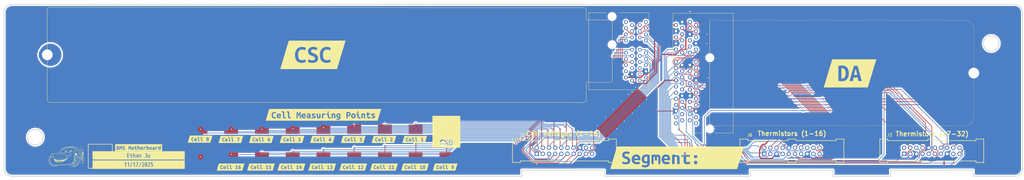
<source format=kicad_pcb>
(kicad_pcb (version 20241229) (generator "pcbnew") (generator_version "9.0")
  (layers (0 "F.Cu" signal) (2 "B.Cu" signal) (13 "F.Paste" user) (15 "B.Paste" user) (5 "F.SilkS" user "F.Silkscreen") (7 "B.SilkS" user "B.Silkscreen") (1 "F.Mask" user) (3 "B.Mask" user) (25 "Edge.Cuts" user))
  (net 0 "")
  (net 1 "CELL13")
  (net 2 "CELL10")
  (net 3 "CELL5")
  (net 4 "GND")
  (net 5 "CELL14")
  (net 6 "CELL15")
  (net 7 "CELL9")
  (net 8 "CELL4")
  (net 9 "CELL16")
  (net 10 "CELL2")
  (net 11 "CELL7")
  (net 12 "CELL6")
  (net 13 "CELL3")
  (net 14 "CELL8")
  (net 15 "CELL12")
  (net 16 "CELL1")
  (net 17 "CELL11")
  (net 18 "THERM23")
  (net 19 "THERM30")
  (net 20 "THERM19")
  (net 21 "THERM27")
  (net 22 "THERM26")
  (net 23 "THERM25")
  (net 24 "THERM31")
  (net 25 "THERM24")
  (net 26 "THERM21")
  (net 27 "THERM28")
  (net 28 "THERM18")
  (net 29 "THERM29")
  (net 30 "THERM22")
  (net 31 "THERM32")
  (net 32 "THERM20")
  (net 33 "unconnected-(J3-Pad02)")
  (net 34 "THERM11")
  (net 35 "THERM7")
  (net 36 "THERM3")
  (net 37 "THERM16")
  (net 38 "THERM13")
  (net 39 "THERM15")
  (net 40 "THERM9")
  (net 41 "THERM8")
  (net 42 "THERM6")
  (net 43 "THERM10")
  (net 44 "THERM5")
  (net 45 "THERM4")
  (net 46 "THERM2")
  (net 47 "THERM14")
  (net 48 "THERM12")
  (net 49 "THERM17")
  (net 50 "THERM1")
  (net 53 "/VREF2")
  (net 54 "/SCL")
  (net 55 "/MUX_OUT_1")
  (net 56 "/SDA")
  (net 57 "/MUX_OUT_2")
  (net 59 "/VREG")
  (net 61 "/MUX_OUT_4")
  (net 64 "/MUX_OUT_3")
  (net 72 "unconnected-(TP0-Pad1)")
  (net 77 "unconnected-(J5-Ain_35-PadB30)")
  (net 78 "unconnected-(J5-Ain_32-PadA29)")
  (net 84 "unconnected-(J6-Pad02)")
  (footprint "kibuzzard-67479E66" (layer "F.Cu") (at 145.68 88.8)
    (property "Reference" "kibuzzard-67479E66" (hide yes))
    (property "Value" "G***" (hide yes))
  )
  (footprint "OEM:Test_Point_SMD" (layer "F.Cu") (at 159.11 112.99)
    (property "Reference" "TP10" (hide yes))
    (property "Value" "TP_SMD" (hide yes))
  )
  (footprint "kibuzzard-6747A1EF" (layer "F.Cu") (at 168.8 116.3)
    (property "Reference" "kibuzzard-6747A1EF" (hide yes))
    (property "Value" "G***" (hide yes))
  )
  (footprint "kibuzzard-691BC298" (layer "F.Cu") (at 89 119)
    (property "Reference" "kibuzzard-691BC298" (hide yes))
    (property "Value" "G***" (hide yes))
  )
  (footprint "kibuzzard-6747A229" (layer "F.Cu") (at 138.7 125.3)
    (property "Reference" "kibuzzard-6747A229" (hide yes))
    (property "Value" "G***" (hide yes))
  )
  (footprint "OEM:Test_Point_SMD" (layer "F.Cu") (at 119.11 112.99)
    (property "Reference" "TP14" (hide yes))
    (property "Value" "TP_SMD" (hide yes))
  )
  (footprint "kibuzzard-6747A22C" (layer "F.Cu") (at 128.8 125.3)
    (property "Reference" "kibuzzard-6747A22C" (hide yes))
    (property "Value" "G***" (hide yes))
  )
  (footprint "kibuzzard-6747A22F" (layer "F.Cu") (at 118.9 125.3)
    (property "Reference" "kibuzzard-6747A22F" (hide yes))
    (property "Value" "G***" (hide yes))
  )
  (footprint "kibuzzard-6747A21D" (layer "F.Cu") (at 158.8 125.3)
    (property "Reference" "kibuzzard-6747A21D" (hide yes))
    (property "Value" "G***" (hide yes))
  )
  (footprint "OEM:SAMTEC_EHT-110-01-X-D (J_EHT-110-01-F-D)" (layer "F.Cu") (at 347 120)
    (property "Reference" "J3")
    (property "Value" "EHT-110-01-F-D")
  )
  (footprint "OEM:te_pcie_x1_connector" (layer "F.Cu") (at 249.5 97.13 -90)
    (property "Reference" "J4" (hide yes))
    (property "Value" "CONN_pcie_x1" (hide yes))
  )
  (footprint "OEM:PCIe_Mount" (layer "F.Cu") (at 360.675 94.725 -90)
    (property "Reference" "H2" (hide yes))
    (property "Value" "CONN_MountingHole" (hide yes))
  )
  (footprint "kibuzzard-6747A204" (layer "F.Cu") (at 128.9 116.3)
    (property "Reference" "kibuzzard-6747A204" (hide yes))
    (property "Value" "G***" (hide yes))
  )
  (footprint "kibuzzard-691BC245" (layer "F.Cu") (at 89 121.5)
    (property "Reference" "kibuzzard-691BC245" (hide yes))
    (property "Value" "G***" (hide yes))
  )
  (footprint "kibuzzard-67479E86" (layer "F.Cu") (at 320.4 94.825)
    (property "Reference" "kibuzzard-67479E86" (hide yes))
    (property "Value" "G***" (hide yes))
  )
  (footprint "OEM:Test_Point_SMD" (layer "F.Cu") (at 139.11 121.99)
    (property "Reference" "TP3" (hide yes))
    (property "Value" "TP_SMD" (hide yes))
  )
  (footprint "OEM:te_pcie_x4_connector" (layer "F.Cu") (at 268.3 78.08 90)
    (property "Reference" "J5" (hide yes))
    (property "Value" "CONN_pcie_x4" (hide yes))
  )
  (footprint "kibuzzard-6747A222" (layer "F.Cu") (at 148.7 125.3)
    (property "Reference" "kibuzzard-6747A222" (hide yes))
    (property "Value" "G***" (hide yes))
  )
  (footprint "OEM:Test_Point_SMD" (layer "F.Cu") (at 129.11 112.99)
    (property "Reference" "TP13" (hide yes))
    (property "Value" "TP_SMD" (hide yes))
  )
  (footprint "kibuzzard-6747A200" (layer "F.Cu") (at 138.9 116.3)
    (property "Reference" "kibuzzard-6747A200" (hide yes))
    (property "Value" "G***" (hide yes))
  )
  (footprint "OEM:PCIe_Mount" (layer "F.Cu") (at 59.265149 88.779499 90)
    (property "Reference" "H1" (hide yes))
    (property "Value" "CONN_MountingHole" (hide yes))
  )
  (footprint "kibuzzard-6747A1F5" (layer "F.Cu") (at 158.8 116.3)
    (property "Reference" "kibuzzard-6747A1F5" (hide yes))
    (property "Value" "G***" (hide yes))
  )
  (footprint "OEM:Test_Point_SMD" (layer "F.Cu") (at 119.11 121.99)
    (property "Reference" "TP1" (hide yes))
    (property "Value" "TP_SMD" (hide yes))
  )
  (footprint "OEM:Test_Point_SMD" (layer "F.Cu") (at 139.11 112.99)
    (property "Reference" "TP12" (hide yes))
    (property "Value" "TP_SMD" (hide yes))
  )
  (footprint "OEM:Test_Point_SMD" (layer "F.Cu") (at 109.11 121.99)
    (property "Reference" "TP0" (hide yes))
    (property "Value" "TP_SMD" (hide yes))
  )
  (footprint "OEM:Test_Point_SMD" (layer "F.Cu") (at 169.11 112.99)
    (property "Reference" "TP9" (hide yes))
    (property "Value" "TP_SMD" (hide yes))
  )
  (footprint "OEM:Test_Point_SMD" (layer "F.Cu") (at 149.11 121.99)
    (property "Reference" "TP4" (hide yes))
    (property "Value" "TP_SMD" (hide yes))
  )
  (footprint "kibuzzard-6747A319" (layer "F.Cu") (at 189.1 113.8)
    (property "Reference" "kibuzzard-6747A319" (hide yes))
    (property "Value" "G***" (hide yes))
  )
  (footprint "kibuzzard-6747A1FA" (layer "F.Cu") (at 148.8 116.3)
    (property "Reference" "kibuzzard-6747A1FA" (hide yes))
    (property "Value" "G***" (hide yes))
  )
  (footprint "kibuzzard-6747A21A" (layer "F.Cu") (at 168.8 125.3)
    (property "Reference" "kibuzzard-6747A21A" (hide yes))
    (property "Value" "G***" (hide yes))
  )
  (footprint "OEM:Test_Point_SMD" (layer "F.Cu") (at 109.11 112.99)
    (property "Reference" "TP15" (hide yes))
    (property "Value" "TP_SMD" (hide yes))
  )
  (footprint "OEM:Test_Point_SMD" (layer "F.Cu") (at 179.11 112.99)
    (property "Reference" "TP8" (hide yes))
    (property "Value" "TP_SMD" (hide yes))
  )
  (footprint "OEM:Test_Point_SMD" (layer "F.Cu") (at 159.11 121.99)
    (property "Reference" "TP5" (hide yes))
    (property "Value" "TP_SMD" (hide yes))
  )
  (footprint "OEM:OEM_Logo_8mm" (layer "F.Cu") (at 76.517715 121.77192)
    (property "Reference" "REF**" (hide yes))
    (property "Value" "OEM_Logo_8mm" (hide yes))
  )
  (footprint "OEM:Test_Point_SMD" (layer "F.Cu") (at 149.11 112.99)
    (property "Reference" "TP11" (hide yes))
    (property "Value" "TP_SMD" (hide yes))
  )
  (footprint "OEM:SAMTEC_EHT-110-01-X-D (J_EHT-110-01-F-D)" (layer "F.Cu") (at 227.5 120)
    (property "Reference" "J2")
    (property "Value" "EHT-110-01-F-D")
  )
  (footprint "LOGO" (layer "F.Cu") (at 65.4 121.7)
    (property "Reference" "G***" (hide yes))
    (property "Value" "LOGO" (hide yes))
  )
  (footprint "kibuzzard-6747F2A5" (layer "F.Cu") (at 264.15 122.275)
    (property "Reference" "kibuzzard-6747F2A5" (hide yes))
    (property "Value" "G***" (hide yes))
  )
  (footprint "kibuzzard-6747A20D" (layer "F.Cu") (at 109 116.2)
    (property "Reference" "kibuzzard-6747A20D" (hide yes))
    (property "Value" "G***" (hide yes))
  )
  (footprint "kibuzzard-6747A069" (layer "F.Cu") (at 178.8 116.3)
    (property "Reference" "kibuzzard-6747A069" (hide yes))
    (property "Value" "G***" (hide yes))
  )
  (footprint "kibuzzard-691BC27F" (layer "F.Cu") (at 89 124.5)
    (property "Reference" "kibuzzard-691BC27F" (hide yes))
    (property "Value" "G***" (hide yes))
  )
  (footprint "OEM:Test_Point_SMD" (layer "F.Cu") (at 129.11 121.99)
    (property "Reference" "TP2" (hide yes))
    (property "Value" "TP_SMD" (hide yes))
  )
  (footprint "OEM:Test_Point_SMD" (layer "F.Cu") (at 189.11 112.99)
    (property "Reference" "TPG1" (hide yes))
    (property "Value" "TP_SMD" (hide yes))
  )
  (footprint "kibuzzard-6747A211" (layer "F.Cu") (at 188.7 125.3)
    (property "Reference" "kibuzzard-6747A211" (hide yes))
    (property "Value" "G***" (hide yes))
  )
  (footprint "kibuzzard-6747A209" (layer "F.Cu") (at 119 116.3)
    (property "Reference" "kibuzzard-6747A209" (hide yes))
    (property "Value" "G***" (hide yes))
  )
  (footprint "OEM:Test_Point_SMD" (layer "F.Cu") (at 179.11 121.99)
    (property "Reference" "TP7" (hide yes))
    (property "Value" "TP_SMD" (hide yes))
  )
  (footprint "OEM:Test_Point_SMD" (layer "F.Cu") (at 189.11 121.99)
    (property "Reference" "TP16" (hide yes))
    (property "Value" "TP_SMD" (hide yes))
  )
  (footprint "OEM:SAMTEC_EHT-110-01-X-D (J_EHT-110-01-F-D)" (layer "F.Cu") (at 301.5 120)
    (property "Reference" "J6")
    (property "Value" "EHT-110-01-F-D")
  )
  (footprint "OEM:Test_Point_SMD" (layer "F.Cu") (at 169.11 121.99)
    (property "Reference" "TP6" (hide yes))
    (property "Value" "TP_SMD" (hide yes))
  )
  (footprint "kibuzzard-6747A384" (layer "F.Cu") (at 149.1 108.3)
    (property "Reference" "kibuzzard-6747A384" (hide yes))
    (property "Value" "G***" (hide yes))
  )
  (footprint "kibuzzard-6747A215" (layer "F.Cu") (at 178.9 125.3)
    (property "Reference" "kibuzzard-6747A215" (hide yes))
    (property "Value" "G***" (hide yes))
  )
  (gr_line (start 233.83296 73.492996) (end 60.1048 73.25) (stroke (width 0.1)) (layer "F.SilkS"))
  (gr_line (start 274.725 77.575) (end 274.725 111.875) (stroke (width 0.1)) (layer "F.SilkS"))
  (gr_line (start 360.675 80.525) (end 360.675 108.925) (stroke (width 0.05)) (layer "F.SilkS"))
  (gr_arc (start 360.675 108.925) (mid 359.79632 111.04632) (end 357.675 111.925) (stroke (width 0.05)) (layer "F.SilkS"))
  (gr_line (start 59.250358 74.042375) (end 59.289642 103.477625) (stroke (width 0.1)) (layer "F.SilkS"))
  (gr_line (start 242.575 97.75) (end 234.625 97.75) (stroke (width 0.1)) (layer "F.SilkS"))
  (gr_line (start 274.725 77.575) (end 357.675 77.525) (stroke (width 0.05)) (layer "F.SilkS"))
  (gr_arc (start 60.122512 104.274999) (mid 59.572095 104.060189) (end 59.325793 103.523126) (stroke (width 0.1)) (layer "F.SilkS"))
  (gr_arc (start 357.675 77.525) (mid 359.79632 78.40368) (end 360.675 80.525) (stroke (width 0.05)) (layer "F.SilkS"))
  (gr_line (start 224.733339 104.275) (end 233.699323 104.309599) (stroke (width 0.1)) (layer "F.SilkS"))
  (gr_line (start 234.590042 103.452698) (end 234.625 97.725) (stroke (width 0.1)) (layer "F.SilkS"))
  (gr_line (start 243.075 97.25) (end 242.575 97.75) (stroke (width 0.1)) (layer "F.SilkS"))
  (gr_arc (start 234.590042 103.452698) (mid 234.316411 104.059654) (end 233.699323 104.309599) (stroke (width 0.1)) (layer "F.SilkS"))
  (gr_line (start 357.675 111.925) (end 274.725 111.875557) (stroke (width 0.05)) (layer "F.SilkS"))
  (gr_line (start 243.075 77.925) (end 243.075 97.25) (stroke (width 0.1)) (layer "F.SilkS"))
  (gr_line (start 242.575 77.425) (end 243.075 77.925) (stroke (width 0.1)) (layer "F.SilkS"))
  (gr_arc (start 233.83296 73.492996) (mid 234.384482 73.716691) (end 234.635383 74.25638) (stroke (width 0.1)) (layer "F.SilkS"))
  (gr_line (start 234.625 77.425) (end 242.575 77.425) (stroke (width 0.1)) (layer "F.SilkS"))
  (gr_arc (start 59.286509 74.087876) (mid 59.522131 73.499471) (end 60.1048 73.25) (stroke (width 0.1)) (layer "F.SilkS"))
  (gr_line (start 60.760211 104.275) (end 224.733339 104.275) (stroke (width 0.1)) (layer "F.SilkS"))
  (gr_line (start 234.625 77.425) (end 234.635384 74.25638) (stroke (width 0.1)) (layer "F.SilkS"))
  (gr_line (start 60.122512 104.274999) (end 60.760211 104.275) (stroke (width 0.1)) (layer "F.SilkS"))
  (gr_line (start 287.935766 126.23869) (end 314.859766 126.23869) (stroke (width 0.25)) (layer "Edge.Cuts"))
  (gr_line (start 213.614 126.238) (end 240.538 126.238) (stroke (width 0.25)) (layer "Edge.Cuts"))
  (gr_circle (center 366.356 85.1) (end 368.9341 85.1) (stroke (width 0.25)) (fill no) (layer "Edge.Cuts"))
  (gr_line (start 333.575205 126.237971) (end 333.575205 128.28) (stroke (width 0.25)) (layer "Edge.Cuts"))
  (gr_line (start 360.499205 126.237971) (end 360.499205 128.279971) (stroke (width 0.25)) (layer "Edge.Cuts"))
  (gr_line (start 213.614 126.238) (end 213.614 128.28) (stroke (width 0.25)) (layer "Edge.Cuts"))
  (gr_line (start 314.859766 126.23869) (end 314.859766 128.28) (stroke (width 0.25)) (layer "Edge.Cuts"))
  (gr_line (start 360.5 128.28) (end 373.976 128.28) (stroke (width 0.25)) (layer "Edge.Cuts"))
  (gr_arc (start 376.516 125.74) (mid 375.772051 127.536051) (end 373.976 128.28) (stroke (width 0.25)) (layer "Edge.Cuts"))
  (gr_line (start 240.538 128.28) (end 287.933766 128.28) (stroke (width 0.25)) (layer "Edge.Cuts"))
  (gr_line (start 240.538 126.238) (end 240.538 128.28) (stroke (width 0.25)) (layer "Edge.Cuts"))
  (gr_circle (center 55.404 115.58) (end 57.9821 115.58) (stroke (width 0.25)) (fill no) (layer "Edge.Cuts"))
  (gr_line (start 376.516 74.94) (end 376.516 125.74) (stroke (width 0.25)) (layer "Edge.Cuts"))
  (gr_arc (start 373.976 72.4) (mid 375.772051 73.143949) (end 376.516 74.94) (stroke (width 0.25)) (layer "Edge.Cuts"))
  (gr_arc (start 45.244 74.94) (mid 45.987949 73.143949) (end 47.784 72.4) (stroke (width 0.25)) (layer "Edge.Cuts"))
  (gr_line (start 45.244 74.94) (end 45.244 125.74) (stroke (width 0.25)) (layer "Edge.Cuts"))
  (gr_arc (start 47.784 128.28) (mid 45.987949 127.536051) (end 45.244 125.74) (stroke (width 0.25)) (layer "Edge.Cuts"))
  (gr_line (start 314.86 128.28) (end 333.575205 128.28) (stroke (width 0.25)) (layer "Edge.Cuts"))
  (gr_line (start 287.935766 126.23869) (end 287.935766 128.28069) (stroke (width 0.25)) (layer "Edge.Cuts"))
  (gr_line (start 47.784 72.4) (end 373.976 72.4) (stroke (width 0.25)) (layer "Edge.Cuts"))
  (gr_line (start 47.784 128.28) (end 213.62 128.28) (stroke (width 0.25)) (layer "Edge.Cuts"))
  (gr_line (start 333.575205 126.237971) (end 360.499205 126.237971) (stroke (width 0.25)) (layer "Edge.Cuts"))
  (gr_text "Cell Voltages (1-16)" (at 227.2 115.275 0) (layer "F.SilkS") (effects (font (size 1.5 1.5) (thickness 0.3)) (justify bottom)))
  (gr_text "Thermistors (1-16)\n" (at 301.525 115.275 0) (layer "F.SilkS") (effects (font (size 1.5 1.5) (thickness 0.3) (bold yes)) (justify bottom)))
  (gr_text "Thermistors (17-32)\n" (at 347.1 115.375 0) (layer "F.SilkS") (effects (font (size 1.5 1.5) (thickness 0.3) (bold yes)) (justify bottom)))
  (segment (start 217.009314 124) (end 213.5 120.490686) (width 0.2) (layer "F.Cu") (net 1))
  (segment (start 228.5 121) (end 225.5 124) (width 0.2) (layer "F.Cu") (net 1))
  (segment (start 225.5 124) (end 217.009314 124) (width 0.2) (layer "F.Cu") (net 1))
  (segment (start 149.1 119.6) (end 149.1 120.05) (width 0.2) (layer "F.Cu") (net 1))
  (segment (start 213.5 116.337565) (end 214.02188 115.815685) (width 0.2) (layer "F.Cu") (net 1))
  (segment (start 149.11 120.06) (end 149.11 121.99) (width 0.2) (layer "F.Cu") (net 1))
  (segment (start 149.1 120.05) (end 149.11 120.06) (width 0.2) (layer "F.Cu") (net 1))
  (segment (start 213.5 120.490686) (end 213.5 116.337565) (width 0.2) (layer "F.Cu") (net 1))
  (via (at 214.02188 115.815685) (size 0.6) (drill 0.3) (layers "F.Cu" "B.Cu") (net 1))
  (via (at 149.1 119.6) (size 0.6) (drill 0.3) (layers "F.Cu" "B.Cu") (net 1))
  (segment (start 218 123) (end 215 120) (width 0.2) (layer "B.Cu") (net 1))
  (segment (start 219.85837 114.668628) (end 237.865537 114.668628) (width 0.2) (layer "B.Cu") (net 1))
  (segment (start 215 120) (end 215 119.526998) (width 0.2) (layer "B.Cu") (net 1))
  (segment (start 215 119.526998) (end 219.85837 114.668628) (width 0.2) (layer "B.Cu") (net 1))
  (segment (start 255.7 96.834165) (end 255.7 91.83) (width 0.2) (layer "B.Cu") (net 1))
  (segment (start 237.865537 114.668628) (end 255.7 96.834165) (width 0.2) (layer "B.Cu") (net 1))
  (segment (start 214.02188 115.815685) (end 213.82188 115.615685) (width 0.2) (layer "B.Cu") (net 1))
  (segment (start 228.115 120.79) (end 228.115 121.385) (width 0.2) (layer "B.Cu") (net 1))
  (segment (start 228.115 121.385) (end 226.5 123) (width 0.2) (layer "B.Cu") (net 1))
  (segment (start 255.7 91.83) (end 254 90.13) (width 0.2) (layer "B.Cu") (net 1))
  (segment (start 213.82188 115.615685) (end 193.131373 115.615685) (width 0.2) (layer "B.Cu") (net 1))
  (segment (start 193.131373 115.615685) (end 189.122058 119.625) (width 0.2) (layer "B.Cu") (net 1))
  (segment (start 189.122058 119.625) (end 149.125 119.625) (width 0.2) (layer "B.Cu") (net 1))
  (segment (start 149.125 119.625) (end 149.1 119.6) (width 0.2) (layer "B.Cu") (net 1))
  (segment (start 226.5 123) (end 218 123) (width 0.2) (layer "B.Cu") (net 1))
  (segment (start 228.999186 105.802384) (end 223.763302 105.802384) (width 0.2) (layer "F.Cu") (net 2))
  (segment (start 216.476 115.848943) (end 216.475 115.849943) (width 0.2) (layer "F.Cu") (net 2))
  (segment (start 223.763302 105.802384) (end 216.475 113.090686) (width 0.2) (layer "F.Cu") (net 2))
  (segment (start 216.125 118.174056) (end 216.125 121.125) (width 0.2) (layer "F.Cu") (net 2))
  (segment (start 179.175 121.925) (end 179.11 121.99) (width 0.2) (layer "F.Cu") (net 2))
  (segment (start 216.475 115.849943) (end 216.475 117.824056) (width 0.2) (layer "F.Cu") (net 2))
  (segment (start 243.996567 88.13) (end 243.996567 90.805003) (width 0.2) (layer "F.Cu") (net 2))
  (segment (start 216.475 115.350057) (end 216.476 115.351057) (width 0.2) (layer "F.Cu") (net 2))
  (segment (start 216.125 121.125) (end 217.797 122.797) (width 0.2) (layer "F.Cu") (net 2))
  (segment (start 217.797 122.797) (end 221.703 122.797) (width 0.2) (layer "F.Cu") (net 2))
  (segment (start 216.476 115.351057) (end 216.476 115.848943) (width 0.2) (layer "F.Cu") (net 2))
  (segment (start 221.703 122.797) (end 222.5 122) (width 0.2) (layer "F.Cu") (net 2))
  (segment (start 179.175 117.825) (end 179.175 121.925) (width 0.2) (layer "F.Cu") (net 2))
  (segment (start 216.673709 115.173709) (end 216.475 114.975) (width 0.2) (layer "F.Cu") (net 2))
  (segment (start 216.475 114.975) (end 216.475 115.350057) (width 0.2) (layer "F.Cu") (net 2))
  (segment (start 216.673709 115.645446) (end 216.673709 115.173709) (width 0.2) (layer "F.Cu") (net 2))
  (segment (start 216.475 117.824056) (end 216.125 118.174056) (width 0.2) (layer "F.Cu") (net 2))
  (segment (start 179.15 117.8) (end 179.175 117.825) (width 0.2) (layer "F.Cu") (net 2))
  (segment (start 216.475 113.090686) (end 216.475 114.975) (width 0.2) (layer "F.Cu") (net 2))
  (segment (start 243.996567 90.805003) (end 228.999186 105.802384) (width 0.2) (layer "F.Cu") (net 2))
  (segment (start 222.5 122) (end 222.5 121) (width 0.2) (layer "F.Cu") (net 2))
  (via (at 243.996567 88.13) (size 0.6) (drill 0.3) (layers "F.Cu" "B.Cu") (net 2))
  (via (at 216.673709 115.645446) (size 0.6) (drill 0.3) (layers "F.Cu" "B.Cu") (net 2))
  (via (at 179.15 117.8) (size 0.6) (drill 0.3) (layers "F.Cu" "B.Cu") (net 2))
  (segment (start 192.634315 114.415685) (end 189.3 117.75) (width 0.2) (layer "B.Cu") (net 2))
  (segment (start 243.996567 88.13) (end 247.5 88.13) (width 0.2) (layer "B.Cu") (net 2))
  (segment (start 216.673709 115.645446) (end 216.673709 115.514394) (width 0.2) (layer "B.Cu") (net 2))
  (segment (start 215.575 114.415685) (end 192.634315 114.415685) (width 0.2) (layer "B.Cu") (net 2))
  (segment (start 189.3 117.75) (end 179.2 117.75) (width 0.2) (layer "B.Cu") (net 2))
  (segment (start 215.959314 114.8) (end 215.575 114.415685) (width 0.2) (layer "B.Cu") (net 2))
  (segment (start 216.673709 115.514394) (end 215.959315 114.8) (width 0.2) (layer "B.Cu") (net 2))
  (segment (start 179.2 117.75) (end 179.15 117.8) (width 0.2) (layer "B.Cu") (net 2))
  (segment (start 215.959315 114.8) (end 215.959314 114.8) (width 0.2) (layer "B.Cu") (net 2))
  (segment (start 222.115 113.268628) (end 222.115 118.79) (width 0.2) (layer "F.Cu") (net 3))
  (via (at 222.115 113.268628) (size 0.6) (drill 0.3) (layers "F.Cu" "B.Cu") (net 3))
  (via (at 139.11 112.8) (size 0.6) (drill 0.3) (layers "F.Cu" "B.Cu") (net 3))
  (segment (start 219.862256 112.4) (end 190.611273 112.4) (width 0.2) (layer "B.Cu") (net 3))
  (segment (start 257.3 87.43) (end 254 84.13) (width 0.2) (layer "B.Cu") (net 3))
  (segment (start 257.3 97.496909) (end 257.3 87.43) (width 0.2) (layer "B.Cu") (net 3))
  (segment (start 190.011273 113) (end 139.31 113) (width 0.2) (layer "B.Cu") (net 3))
  (segment (start 222.115 113.268628) (end 221.846372 113) (width 0.2) (layer "B.Cu") (net 3))
  (segment (start 190.611273 112.4) (end 190.011273 113) (width 0.2) (layer "B.Cu") (net 3))
  (segment (start 224.636372 116.268628) (end 238.528281 116.268628) (width 0.2) (layer "B.Cu") (net 3))
  (segment (start 238.528281 116.268628) (end 257.3 97.496909) (width 0.2) (layer "B.Cu") (net 3))
  (segment (start 222.115 118.79) (end 224.636372 116.268628) (width 0.2) (layer "B.Cu") (net 3))
  (segment (start 220.462256 113) (end 219.862256 112.4) (width 0.2) (layer "B.Cu") (net 3))
  (segment (start 139.31 113) (end 139.11 112.8) (width 0.2) (layer "B.Cu") (net 3))
  (segment (start 221.846372 113) (end 220.462256 113) (width 0.2) (layer "B.Cu") (net 3))
  (segment (start 346.105 115.473) (end 345.694 115.062) (width 0.381) (layer "F.Cu") (net 4))
  (segment (start 339.585993 120.0005) (end 341.0005 120.0005) (width 0.2) (layer "F.Cu") (net 4))
  (segment (start 268.3 102.08) (end 266.986 103.394) (width 0.25) (layer "F.Cu") (net 4))
  (segment (start 291.41 119.215) (end 291 119.625) (width 0.381) (layer "F.Cu") (net 4))
  (segment (start 189.11 112.99) (end 189.11 110.81) (width 0.2) (layer "F.Cu") (net 4))
  (segment (start 257.85 99.425) (end 260.195 97.08) (width 0.381) (layer "F.Cu") (net 4))
  (segment (start 270.3 107.08) (end 273.844 107.08) (width 0.381) (layer "F.Cu") (net 4))
  (segment (start 271.114 96.266) (end 274.352 96.266) (width 0.2) (layer "F.Cu") (net 4))
  (segment (start 339.4 122.6) (end 339.4 121.813507) (width 0.2) (layer "F.Cu") (net 4))
  (segment (start 291 122) (end 291.5 122.5) (width 0.381) (layer "F.Cu") (net 4))
  (segment (start 273.844 85.08) (end 270.3 85.08) (width 0.381) (layer "F.Cu") (net 4))
  (segment (start 189.11 110.81) (end 189.1 110.8) (width 0.2) (layer "F.Cu") (net 4))
  (segment (start 249.5 95.13) (end 250.5 94.13) (width 0.2) (layer "F.Cu") (net 4))
  (segment (start 292.715 117.91) (end 292.048507 117.91) (width 0.381) (layer "F.Cu") (net 4))
  (segment (start 291.5 122.5) (end 295 122.5) (width 0.381) (layer "F.Cu") (net 4))
  (segment (start 339.0005 121.414007) (end 339.0005 120.585993) (width 0.2) (layer "F.Cu") (net 4))
  (segment (start 341.0005 120.0005) (end 342 121) (width 0.2) (layer "F.Cu") (net 4))
  (segment (start 351 125) (end 351 122) (width 0.381) (layer "F.Cu") (net 4))
  (segment (start 263.8 107.08) (end 264.796462 106.083538) (width 0.25) (layer "F.Cu") (net 4))
  (segment (start 291.41 118.548507) (end 291.41 119.215) (width 0.381) (layer "F.Cu") (net 4))
  (segment (start 291 119.625) (end 291 122) (width 0.381) (layer "F.Cu") (net 4))
  (segment (start 250.5 94.13) (end 254 94.13) (width 0.2) (layer "F.Cu") (net 4))
  (segment (start 270.3 97.08) (end 271.114 96.266) (width 0.2) (layer "F.Cu") (net 4))
  (segment (start 273.844 82.08) (end 268.3 82.08) (width 0.25) (layer "F.Cu") (net 4))
  (segment (start 264.796462 106.083538) (end 264.796462 103.083538) (width 0.25) (layer "F.Cu") (net 4))
  (segment (start 295 122.5) (end 296.5 121) (width 0.381) (layer "F.Cu") (net 4))
  (segment (start 257.55 99.425) (end 257.85 99.425) (width 0.381) (layer "F.Cu") (net 4))
  (segment (start 257.90353 107.08) (end 257.611765 106.788235) (width 0.25) (layer "F.Cu") (net 4))
  (segment (start 342 121.5) (end 341.981 121.519) (width 0.2) (layer "F.Cu") (net 4))
  (segment (start 346.105 118.83) (end 346.105 115.473) (width 0.381) (layer "F.Cu") (net 4))
  (segment (start 292.048507 117.91) (end 291.41 118.548507) (width 0.381) (layer "F.Cu") (net 4))
  (segment (start 260.195 97.08) (end 263.8 97.08) (width 0.381) (layer "F.Cu") (net 4))
  (segment (start 339.0005 120.585993) (end 339.585993 120.0005) (width 0.2) (layer "F.Cu") (net 4))
  (segment (start 266.986 106.426) (end 267.64 107.08) (width 0.25) (layer "F.Cu") (net 4))
  (segment (start 294.25 116.375) (end 292.715 117.91) (width 0.381) (layer "F.Cu") (net 4))
  (segment (start 339.4 121.813507) (end 339.0005 121.414007) (width 0.2) (layer "F.Cu") (net 4))
  (segment (start 266.986 103.394) (end 266.986 106.426) (width 0.25) (layer "F.Cu") (net 4))
  (segment (start 267.64 107.08) (end 270.3 107.08) (width 0.25) (layer "F.Cu") (net 4))
  (segment (start 264.796462 103.083538) (end 265.8 102.08) (width 0.25) (layer "F.Cu") (net 4))
  (segment (start 351 122) (end 352 121) (width 0.381) (layer "F.Cu") (net 4))
  (segment (start 263.8 107.08) (end 257.90353 107.08) (width 0.25) (layer "F.Cu") (net 4))
  (via (at 257.611765 106.788235) (size 0.6) (drill 0.3) (layers "F.Cu" "B.Cu") (net 4))
  (via (at 274.352 96.266) (size 0.6) (drill 0.3) (layers "F.Cu" "B.Cu") (net 4))
  (via (at 294.25 116.375) (size 0.6) (drill 0.3) (layers "F.Cu" "B.Cu") (net 4))
  (via (at 250.64 99.34) (size 0.6) (drill 0.3) (layers "F.Cu" "B.Cu") (net 4))
  (via (at 273.844 82.08) (size 0.6) (drill 0.3) (layers "F.Cu" "B.Cu") (net 4))
  (via (at 257.55 99.425) (size 0.6) (drill 0.3) (layers "F.Cu" "B.Cu") (net 4))
  (via (at 238.12 111.79) (size 0.6) (drill 0.3) (layers "F.Cu" "B.Cu") (net 4))
  (via (at 345.694 115.062) (size 0.6) (drill 0.3) (layers "F.Cu" "B.Cu") (net 4))
  (via (at 254.24 103.24) (size 0.6) (drill 0.3) (layers "F.Cu" "B.Cu") (net 4))
  (via (at 243.41 106.44) (size 0.6) (drill 0.3) (layers "F.Cu" "B.Cu") (net 4))
  (via (at 246.02 103.87) (size 0.6) (drill 0.3) (layers "F.Cu" "B.Cu") (net 4))
  (via (at 247.01 110.34) (size 0.6) (drill 0.3) (layers "F.Cu" "B.Cu") (net 4))
  (via (at 339.4 122.6) (size 0.6) (drill 0.3) (layers "F.Cu" "B.Cu") (net 4))
  (via (at 241.72 115.69) (size 0.6) (drill 0.3) (layers "F.Cu" "B.Cu") (net 4))
  (via (at 351 125) (size 0.6) (drill 0.3) (layers "F.Cu" "B.Cu") (net 4))
  (via (at 273.844 85.08) (size 0.6) (drill 0.3) (layers "F.Cu" "B.Cu") (net 4))
  (via (at 248.38 101.57) (size 0.6) (drill 0.3) (layers "F.Cu" "B.Cu") (net 4))
  (via (at 273.844 107.08) (size 0.6) (drill 0.3) (layers "F.Cu" "B.Cu") (net 4))
  (via (at 189.1 110.8) (size 0.6) (drill 0.3) (layers "F.Cu" "B.Cu") (net 4))
  (via (at 249.62 107.77) (size 0.6) (drill 0.3) (layers "F.Cu" "B.Cu") (net 4))
  (via (at 251.98 105.47) (size 0.6) (drill 0.3) (layers "F.Cu" "B.Cu") (net 4))
  (via (at 244.58 112.85) (size 0.6) (drill 0.3) (layers "F.Cu" "B.Cu") (net 4))
  (via (at 240.98 108.95) (size 0.6) (drill 0.3) (layers "F.Cu" "B.Cu") (net 4))
  (segment (start 271.812 87.63) (end 271.812 86.592) (width 0.381) (layer "B.Cu") (net 4))
  (segment (start 315 122.5) (end 316.5 121) (width 0.381) (layer "B.Cu") (net 4))
  (segment (start 316.5 121) (end 316.5 118.5) (width 0.381) (layer "B.Cu") (net 4))
  (segment (start 267.964 89.916) (end 268.042 89.916) (width 0.381) (layer "B.Cu") (net 4))
  (segment (start 315.5 117.5) (end 312 117.5) (width 0.381) (layer "B.Cu") (net 4))
  (segment (start 306.5 121) (end 308 122.5) (width 0.381) (layer "B.Cu") (net 4))
  (segment (start 232.9965 117.9085) (end 237.6685 117.9085) (width 0.2) (layer "B.Cu") (net 4))
  (segment (start 268.042 89.916) (end 269.526 89.916) (width 0.381) (layer "B.Cu") (net 4))
  (segment (start 233.2335 119.9085) (end 237.4285 119.9085) (width 0.2) (layer "B.Cu") (net 4))
  (segment (start 271.812 86.592) (end 270.3 85.08) (width 0.381) (layer "B.Cu") (net 4))
  (segment (start 301.84 117.5) (end 300.5 118.84) (width 0.381) (layer "B.Cu") (net 4))
  (segment (start 312 117.5) (end 311.9 117.5) (width 0.381) (layer "B.Cu") (net 4))
  (segment (start 300.5 118.84) (end 300.5 119) (width 0.381) (layer "B.Cu") (net 4))
  (segment (start 220.775 110.4) (end 221.25 109.925) (width 0.2) (layer "B.Cu") (net 4))
  (segment (start 308 122.5) (end 315 122.5) (width 0.381) (layer "B.Cu") (net 4))
  (segment (start 237.6685 117.9085) (end 238.08 118.32) (width 0.2) (layer "B.Cu") (net 4))
  (segment (start 268.3 92.08) (end 265.8 92.08) (width 0.381) (layer "B.Cu") (net 4))
  (segment (start 237.4285 119.9085) (end 237.52 120) (width 0.2) (layer "B.Cu") (net 4))
  (segment (start 265.8 92.08) (end 267.964 89.916) (width 0.381) (layer "B.Cu") (net 4))
  (segment (start 312 117.5) (end 301.84 117.5) (width 0.381) (layer "B.Cu") (net 4))
  (segment (start 189.1 110.8) (end 189.5 110.4) (width 0.2) (layer "B.Cu") (net 4))
  (segment (start 269.526 89.916) (end 271.812 87.63) (width 0.381) (layer "B.Cu") (net 4))
  (segment (start 189.5 110.4) (end 220.775 110.4) (width 0.2) (layer "B.Cu") (net 4))
  (segment (start 316.5 118.5) (end 315.5 117.5) (width 0.381) (layer "B.Cu") (net 4))
  (segment (start 232.115 118.79) (end 233.2335 119.9085) (width 0.2) (layer "B.Cu") (net 4))
  (segment (start 265.8 78.08) (end 266.986 79.266) (width 0.381) (layer "B.Cu") (net 4))
  (segment (start 266.986 80.766) (end 268.3 82.08) (width 0.381) (layer "B.Cu") (net 4))
  (segment (start 232.115 118.79) (end 232.9965 117.9085) (width 0.2) (layer "B.Cu") (net 4))
  (segment (start 266.986 79.266) (end 266.986 80.766) (width 0.381) (layer "B.Cu") (net 4))
  (segment (start 139.125 120.175) (end 139.125 121.975) (width 0.2) (layer "F.Cu") (net 5))
  (segment (start 231.5 106.13) (end 231.5 120) (width 0.2) (layer "F.Cu") (net 5))
  (segment (start 231.5 120) (end 227 124.5) (width 0.2) (layer "F.Cu") (net 5))
  (segment (start 216.943628 124.5) (end 212.91251 120.468882) (width 0.2) (layer "F.Cu") (net 5))
  (segment (start 139.125 121.975) (end 139.11 121.99) (width 0.2) (layer "F.Cu") (net 5))
  (segment (start 227 124.5) (end 216.943628 124.5) (width 0.2) (layer "F.Cu") (net 5))
  (segment (start 212.91251 120.468882) (end 212.91251 116.215685) (width 0.2) (layer "F.Cu") (net 5))
  (segment (start 247.5 90.13) (end 231.5 106.13) (width 0.2) (layer "F.Cu") (net 5))
  (via (at 139.125 120.175) (size 0.6) (drill 0.3) (layers "F.Cu" "B.Cu") (net 5))
  (via (at 212.91251 116.215685) (size 0.6) (drill 0.3) (layers "F.Cu" "B.Cu") (net 5))
  (segment (start 189.215685 120.2) (end 139.15 120.2) (width 0.2) (layer "B.Cu") (net 5))
  (segment (start 193.4 116.015685) (end 189.215685 120.2) (width 0.2) (layer "B.Cu") (net 5))
  (segment (start 139.15 120.2) (end 139.125 120.175) (width 0.2) (layer "B.Cu") (net 5))
  (segment (start 212.91251 116.215685) (end 212.71251 116.015685) (width 0.2) (layer "B.Cu") (net 5))
  (segment (start 212.71251 116.015685) (end 193.4 116.015685) (width 0.2) (layer "B.Cu") (net 5))
  (segment (start 232.5 121) (end 228.5 125) (width 0.2) (layer "F.Cu") (net 6))
  (segment (start 216.877942 125) (end 212.27085 120.392908) (width 0.2) (layer "F.Cu") (net 6))
  (segment (start 212.27085 120.392908) (end 212.27085 116.693468) (width 0.2) (layer "F.Cu") (net 6))
  (segment (start 228.5 125) (end 216.877942 125) (width 0.2) (layer "F.Cu") (net 6))
  (via (at 129.1 120.65) (size 0.6) (drill 0.3) (layers "F.Cu" "B.Cu") (net 6))
  (via (at 212.27085 116.693468) (size 0.6) (drill 0.3) (layers "F.Cu" "B.Cu") (net 6))
  (segment (start 217.65337 123.5) (end 214.24 120.08663) (width 0.2) (layer "B.Cu") (net 6))
  (segment (start 255.3 92.157207) (end 254.272793 91.13) (width 0.2) (layer "B.Cu") (net 6))
  (segment (start 254.272793 91.13) (end 252 91.13) (width 0.2) (layer "B.Cu") (net 6))
  (segment (start 129.225 120.775) (end 129.1 120.65) (width 0.2) (layer "B.Cu") (net 6))
  (segment (start 189.206371 120.775) (end 129.225 120.775) (width 0.2) (layer "B.Cu") (net 6))
  (segment (start 237.699851 114.268628) (end 255.3 96.668479) (width 0.2) (layer "B.Cu") (net 6))
  (segment (start 214.24 120.08663) (end 214.24 119.49337) (width 0.2) (layer "B.Cu") (net 6))
  (segment (start 232.115 120.79) (end 232.115 121.385) (width 0.2) (layer "B.Cu") (net 6))
  (segment (start 212.27085 116.693468) (end 212.27085 116.49585) (width 0.2) (layer "B.Cu") (net 6))
  (segment (start 255.3 96.668479) (end 255.3 92.157207) (width 0.2) (layer "B.Cu") (net 6))
  (segment (start 212.27085 116.49585) (end 212.190685 116.415685) (width 0.2) (layer "B.Cu") (net 6))
  (segment (start 219.464742 114.268628) (end 237.699851 114.268628) (width 0.2) (layer "B.Cu") (net 6))
  (segment (start 212.190685 116.415685) (end 193.565686 116.415685) (width 0.2) (layer "B.Cu") (net 6))
  (segment (start 193.565686 116.415685) (end 189.206371 120.775) (width 0.2) (layer "B.Cu") (net 6))
  (segment (start 230 123.5) (end 217.65337 123.5) (width 0.2) (layer "B.Cu") (net 6))
  (segment (start 232.115 121.385) (end 230 123.5) (width 0.2) (layer "B.Cu") (net 6))
  (segment (start 214.24 119.49337) (end 219.464742 114.268628) (width 0.2) (layer "B.Cu") (net 6))
  (segment (start 219.325 120) (end 220.115 120.79) (width 0.2) (layer "F.Cu") (net 7))
  (segment (start 217.15 118.280428) (end 217.15 119.075) (width 0.2) (layer "F.Cu") (net 7))
  (segment (start 217.998007 117.432421) (end 217.15 118.280428) (width 0.2) (layer "F.Cu") (net 7))
  (segment (start 218.075 120) (end 219.325 120) (width 0.2) (layer "F.Cu") (net 7))
  (segment (start 217.998007 113.911236) (end 217.998007 117.432421) (width 0.2) (layer "F.Cu") (net 7))
  (segment (start 217.886771 113.8) (end 217.998007 113.911236) (width 0.2) (layer "F.Cu") (net 7))
  (segment (start 189.55 116.525) (end 189.11 116.965) (width 0.2) (layer "F.Cu") (net 7))
  (segment (start 189.11 116.965) (end 189.11 121.99) (width 0.2) (layer "F.Cu") (net 7))
  (segment (start 217.15 119.075) (end 218.075 120) (width 0.2) (layer "F.Cu") (net 7))
  (via (at 217.886771 113.8) (size 0.6) (drill 0.3) (layers "F.Cu" "B.Cu") (net 7))
  (via (at 189.55 116.525) (size 0.6) (drill 0.3) (layers "F.Cu" "B.Cu") (net 7))
  (segment (start 217.886771 113.8) (end 217.675 114.011771) (width 0.2) (layer "B.Cu") (net 7))
  (segment (start 215.725 114) (end 192.484314 114) (width 0.2) (layer "B.Cu") (net 7))
  (segment (start 220.189742 115.468628) (end 238.196909 115.468628) (width 0.2) (layer "B.Cu") (net 7))
  (segment (start 216.125 114.4) (end 215.725 114) (width 0.2) (layer "B.Cu") (net 7))
  (segment (start 217.2335 118.42487) (end 220.189742 115.468628) (width 0.2) (layer "B.Cu") (net 7))
  (segment (start 217.2335 119.15513) (end 217.2335 118.42487) (width 0.2) (layer "B.Cu") (net 7))
  (segment (start 217.675 114.048529) (end 217.323529 114.4) (width 0.2) (layer "B.Cu") (net 7))
  (segment (start 238.196909 115.468628) (end 256.5 97.165537) (width 0.2) (layer "B.Cu") (net 7))
  (segment (start 220.115 120.79) (end 219.325 120) (width 0.2) (layer "B.Cu") (net 7))
  (segment (start 217.323529 114.4) (end 216.125 114.4) (width 0.2) (layer "B.Cu") (net 7))
  (segment (start 256.5 90.63) (end 254 88.13) (width 0.2) (layer "B.Cu") (net 7))
  (segment (start 192.484314 114) (end 189.959314 116.525) (width 0.2) (layer "B.Cu") (net 7))
  (segment (start 256.5 97.165537) (end 256.5 90.63) (width 0.2) (layer "B.Cu") (net 7))
  (segment (start 218.07837 120) (end 217.2335 119.15513) (width 0.2) (layer "B.Cu") (net 7))
  (segment (start 217.675 114.011771) (end 217.675 114.048529) (width 0.2) (layer "B.Cu") (net 7))
  (segment (start 189.959314 116.525) (end 189.55 116.525) (width 0.2) (layer "B.Cu") (net 7))
  (segment (start 219.325 120) (end 218.07837 120) (width 0.2) (layer "B.Cu") (net 7))
  (segment (start 149.11 112.99) (end 149.11 112.41) (width 0.2) (layer "F.Cu") (net 8))
  (segment (start 229.496244 107.002384) (end 224.26036 107.002384) (width 0.2) (layer "F.Cu") (net 8))
  (segment (start 224.26036 107.002384) (end 224.115 107.147744) (width 0.2) (layer "F.Cu") (net 8))
  (segment (start 224.115 112.6) (end 224.115 118.79) (width 0.2) (layer "F.Cu") (net 8))
  (segment (start 245.796567 83.109976) (end 245.796567 90.702061) (width 0.2) (layer "F.Cu") (net 8))
  (segment (start 245.796567 90.702061) (end 229.496244 107.002384) (width 0.2) (layer "F.Cu") (net 8))
  (segment (start 224.115 107.147744) (end 224.115 112.6) (width 0.2) (layer "F.Cu") (net 8))
  (segment (start 223.7 113.1) (end 224.115 112.685) (width 0.2) (layer "F.Cu") (net 8))
  (segment (start 149.11 112.41) (end 149.1 112.4) (width 0.2) (layer "F.Cu") (net 8))
  (segment (start 224.115 112.685) (end 224.115 112.6) (width 0.2) (layer "F.Cu") (net 8))
  (via (at 149.1 112.4) (size 0.6) (drill 0.3) (layers "F.Cu" "B.Cu") (net 8))
  (via (at 223.7 113.1) (size 0.6) (drill 0.3) (layers "F.Cu" "B.Cu") (net 8))
  (via (at 245.796567 83.109976) (size 0.6) (drill 0.3) (layers "F.Cu" "B.Cu") (net 8))
  (segment (start 223.7 113.1) (end 223.2 112.6) (width 0.2) (layer "B.Cu") (net 8))
  (segment (start 189.845587 112.6) (end 149.3 112.6) (width 0.2) (layer "B.Cu") (net 8))
  (segment (start 220.627942 112.6) (end 220.027942 112) (width 0.2) (layer "B.Cu") (net 8))
  (segment (start 245.796567 83.109976) (end 245.816591 83.13) (width 0.2) (layer "B.Cu") (net 8))
  (segment (start 190.445587 112) (end 189.845587 112.6) (width 0.2) (layer "B.Cu") (net 8))
  (segment (start 220.027942 112) (end 190.445587 112) (width 0.2) (layer "B.Cu") (net 8))
  (segment (start 245.816591 83.13) (end 249.5 83.13) (width 0.2) (layer "B.Cu") (net 8))
  (segment (start 149.3 112.6) (end 149.1 112.4) (width 0.2) (layer "B.Cu") (net 8))
  (segment (start 223.2 112.6) (end 220.627942 112.6) (width 0.2) (layer "B.Cu") (net 8))
  (segment (start 235.086493 121) (end 236.085993 120.0005) (width 0.2) (layer "F.Cu") (net 9))
  (segment (start 234.5 121) (end 235.086493 121) (width 0.2) (layer "F.Cu") (net 9))
  (segment (start 216.949256 125.637) (end 211.67085 120.358594) (width 0.2) (layer "F.Cu") (net 9))
  (segment (start 237 101.195686) (end 247.065686 91.13) (width 0.2) (layer "F.Cu") (net 9))
  (segment (start 237.4995 119.414007) (end 237.4995 118.585993) (width 0.2) (layer "F.Cu") (net 9))
  (segment (start 236.085993 120.0005) (end 236.914007 120.0005) (width 0.2) (layer "F.Cu") (net 9))
  (segment (start 237 119.913507) (end 237.4995 119.414007) (width 0.2) (layer "F.Cu") (net 9))
  (segment (start 247.065686 91.13) (end 249.5 91.13) (width 0.2) (layer "F.Cu") (net 9))
  (segment (start 234.5 121) (end 229.863 125.637) (width 0.2) (layer "F.Cu") (net 9))
  (segment (start 229.863 125.637) (end 216.949256 125.637) (width 0.2) (layer "F.Cu") (net 9))
  (segment (start 211.67085 120.358594) (end 211.67085 117.239897) (width 0.2) (layer "F.Cu") (net 9))
  (segment (start 237 118.086493) (end 237 101.195686) (width 0.2) (layer "F.Cu") (net 9))
  (segment (start 237.4995 118.585993) (end 237 118.086493) (width 0.2) (layer "F.Cu") (net 9))
  (via (at 119.1 121.2) (size 0.6) (drill 0.3) (layers "F.Cu" "B.Cu") (net 9))
  (via (at 211.67085 117.239897) (size 0.6) (drill 0.3) (layers "F.Cu" "B.Cu") (net 9))
  (segment (start 119.15 121.25) (end 119.1 121.2) (width 0.2) (layer "B.Cu") (net 9))
  (segment (start 211.246638 116.815685) (end 193.731372 116.815685) (width 0.2) (layer "B.Cu") (net 9))
  (segment (start 189.297057 121.25) (end 119.15 121.25) (width 0.2) (layer "B.Cu") (net 9))
  (segment (start 193.731372 116.815685) (end 189.297057 121.25) (width 0.2) (layer "B.Cu") (net 9))
  (segment (start 211.67085 117.239897) (end 211.246638 116.815685) (width 0.2) (layer "B.Cu") (net 9))
  (segment (start 228.12 111.7) (end 228.12 108.944314) (width 0.2) (layer "F.Cu") (net 10))
  (segment (start 228.115 118.79) (end 228.12 118.785) (width 0.2) (layer "F.Cu") (net 10))
  (segment (start 228.12 111.78) (end 228.12 111.7) (width 0.2) (layer "F.Cu") (net 10))
  (segment (start 246.38 90.684314) (end 246.38 83.25) (width 0.2) (layer "F.Cu") (net 10))
  (segment (start 228.12 118.785) (end 228.12 111.7) (width 0.2) (layer "F.Cu") (net 10))
  (segment (start 228.12 108.944314) (end 246.38 90.684314) (width 0.2) (layer "F.Cu") (net 10))
  (segment (start 169.11 112.99) (end 169.11 111.61) (width 0.2) (layer "F.Cu") (net 10))
  (segment (start 169.11 111.61) (end 169.1 111.6) (width 0.2) (layer "F.Cu") (net 10))
  (segment (start 227.7 112.2) (end 228.12 111.78) (width 0.2) (layer "F.Cu") (net 10))
  (segment (start 246.38 83.25) (end 247.5 82.13) (width 0.2) (layer "F.Cu") (net 10))
  (via (at 169.1 111.6) (size 0.6) (drill 0.3) (layers "F.Cu" "B.Cu") (net 10))
  (via (at 227.7 112.2) (size 0.6) (drill 0.3) (layers "F.Cu" "B.Cu") (net 10))
  (segment (start 220.359314 111.2) (end 190.114215 111.2) (width 0.2) (layer "B.Cu") (net 10))
  (segment (start 227.668174 112.2) (end 227.184087 111.715913) (width 0.2) (layer "B.Cu") (net 10))
  (segment (start 189.514215 111.8) (end 169.3 111.8) (width 0.2) (layer "B.Cu") (net 10))
  (segment (start 227.184087 111.715913) (end 220.875227 111.715913) (width 0.2) (layer "B.Cu") (net 10))
  (segment (start 220.875227 111.715913) (end 220.359314 111.2) (width 0.2) (layer "B.Cu") (net 10))
  (segment (start 169.3 111.8) (end 169.1 111.6) (width 0.2) (layer "B.Cu") (net 10))
  (segment (start 227.7 112.2) (end 227.668174 112.2) (width 0.2) (layer "B.Cu") (net 10))
  (segment (start 190.114215 111.2) (end 189.514215 111.8) (width 0.2) (layer "B.Cu") (net 10))
  (segment (start 218.6 118.305) (end 218.115 118.79) (width 0.2) (layer "F.Cu") (net 11))
  (segment (start 218.6 113.425) (end 218.6 118.305) (width 0.2) (layer "F.Cu") (net 11))
  (segment (start 218.625 113.4) (end 218.6 113.425) (width 0.2) (layer "F.Cu") (net 11))
  (via (at 119.11 112.99) (size 0.6) (drill 0.3) (layers "F.Cu" "B.Cu") (net 11))
  (via (at 218.625 113.4) (size 0.6) (drill 0.3) (layers "F.Cu" "B.Cu") (net 11))
  (segment (start 190.342645 113.8) (end 119.92 113.8) (width 0.2) (layer "B.Cu") (net 11))
  (segment (start 119.92 113.8) (end 119.11 112.99) (width 0.2) (layer "B.Cu") (net 11))
  (segment (start 190.942645 113.2) (end 190.342645 113.8) (width 0.2) (layer "B.Cu") (net 11))
  (segment (start 218.425 113.2) (end 190.942645 113.2) (width 0.2) (layer "B.Cu") (net 11))
  (segment (start 218.115 118.79) (end 221.036372 115.868628) (width 0.2) (layer "B.Cu") (net 11))
  (segment (start 238.362595 115.868628) (end 256.9 97.331223) (width 0.2) (layer "B.Cu") (net 11))
  (segment (start 254.272793 87.13) (end 252 87.13) (width 0.2) (layer "B.Cu") (net 11))
  (segment (start 221.036372 115.868628) (end 238.362595 115.868628) (width 0.2) (layer "B.Cu") (net 11))
  (segment (start 256.9 89.757207) (end 254.272793 87.13) (width 0.2) (layer "B.Cu") (net 11))
  (segment (start 256.9 97.331223) (end 256.9 89.757207) (width 0.2) (layer "B.Cu") (net 11))
  (segment (start 218.625 113.4) (end 218.425 113.2) (width 0.2) (layer "B.Cu") (net 11))
  (segment (start 245.196567 83.99) (end 245.196567 90.736375) (width 0.2) (layer "F.Cu") (net 12))
  (segment (start 245.196567 90.736375) (end 229.330558 106.602384) (width 0.2) (layer "F.Cu") (net 12))
  (segment (start 229.330558 106.602384) (end 224.094674 106.602384) (width 0.2) (layer "F.Cu") (net 12))
  (segment (start 219.737991 113.124265) (end 219.813726 113.2) (width 0.2) (layer "F.Cu") (net 12))
  (segment (start 220.115 113.2) (end 220.115 118.79) (width 0.2) (layer "F.Cu") (net 12))
  (segment (start 220.115 110.582058) (end 220.115 113.2) (width 0.2) (layer "F.Cu") (net 12))
  (segment (start 224.094674 106.602384) (end 220.115 110.582058) (width 0.2) (layer "F.Cu") (net 12))
  (segment (start 219.813726 113.2) (end 220.115 113.2) (width 0.2) (layer "F.Cu") (net 12))
  (via (at 245.196567 83.99) (size 0.6) (drill 0.3) (layers "F.Cu" "B.Cu") (net 12))
  (via (at 129.11 112.99) (size 0.6) (drill 0.3) (layers "F.Cu" "B.Cu") (net 12))
  (via (at 219.737991 113.124265) (size 0.6) (drill 0.3) (layers "F.Cu" "B.Cu") (net 12))
  (segment (start 190.176959 113.4) (end 129.52 113.4) (width 0.2) (layer "B.Cu") (net 12))
  (segment (start 129.52 113.4) (end 129.11 112.99) (width 0.2) (layer "B.Cu") (net 12))
  (segment (start 190.776959 112.8) (end 190.176959 113.4) (width 0.2) (layer "B.Cu") (net 12))
  (segment (start 245.456567 83.73) (end 247.1 83.73) (width 0.2) (layer "B.Cu") (net 12))
  (segment (start 219.413726 112.8) (end 190.776959 112.8) (width 0.2) (layer "B.Cu") (net 12))
  (segment (start 219.737991 113.124265) (end 219.413726 112.8) (width 0.2) (layer "B.Cu") (net 12))
  (segment (start 247.1 83.73) (end 247.5 84.13) (width 0.2) (layer "B.Cu") (net 12))
  (segment (start 245.196567 83.99) (end 245.456567 83.73) (width 0.2) (layer "B.Cu") (net 12))
  (segment (start 226.115 114.785) (end 226.115 118.79) (width 0.2) (layer "F.Cu") (net 13))
  (segment (start 226.1 114.77) (end 226.115 114.785) (width 0.2) (layer "F.Cu") (net 13))
  (segment (start 159.11 112.01) (end 159.1 112) (width 0.2) (layer "F.Cu") (net 13))
  (segment (start 226.1 112.9) (end 226.1 114.77) (width 0.2) (layer "F.Cu") (net 13))
  (segment (start 159.11 112.99) (end 159.11 112.01) (width 0.2) (layer "F.Cu") (net 13))
  (via (at 226.1 112.9) (size 0.6) (drill 0.3) (layers "F.Cu" "B.Cu") (net 13))
  (via (at 159.1 112) (size 0.6) (drill 0.3) (layers "F.Cu" "B.Cu") (net 13))
  (segment (start 254.272793 83.13) (end 252 83.13) (width 0.2) (layer "B.Cu") (net 13))
  (segment (start 225.315914 112.115914) (end 221.440913 112.115913) (width 0.2) (layer "B.Cu") (net 13))
  (segment (start 190.279901 111.6) (end 189.679901 112.2) (width 0.2) (layer "B.Cu") (net 13))
  (segment (start 221.440913 112.115913) (end 220.709541 112.115913) (width 0.2) (layer "B.Cu") (net 13))
  (segment (start 257.7 86.557207) (end 254.272793 83.13) (width 0.2) (layer "B.Cu") (net 13))
  (segment (start 257.7 97.662595) (end 257.7 86.557207) (width 0.2) (layer "B.Cu") (net 13))
  (segment (start 189.679901 112.2) (end 159.3 112.2) (width 0.2) (layer "B.Cu") (net 13))
  (segment (start 159.3 112.2) (end 159.1 112) (width 0.2) (layer "B.Cu") (net 13))
  (segment (start 220.193628 111.6) (end 190.279901 111.6) (width 0.2) (layer "B.Cu") (net 13))
  (segment (start 220.709541 112.115913) (end 220.193628 111.6) (width 0.2) (layer "B.Cu") (net 13))
  (segment (start 226.1 112.9) (end 225.315914 112.115914) (width 0.2) (layer "B.Cu") (net 13))
  (segment (start 238.693967 116.668628) (end 257.7 97.662595) (width 0.2) (layer "B.Cu") (net 13))
  (segment (start 226.115 118.79) (end 228.236372 116.668628) (width 0.2) (layer "B.Cu") (net 13))
  (segment (start 228.236372 116.668628) (end 238.693967 116.668628) (width 0.2) (layer "B.Cu") (net 13))
  (segment (start 216.9 113.625) (end 216.875 113.625) (width 0.2) (layer "F.Cu") (net 14))
  (segment (start 216.875 113.256372) (end 216.875 113.625) (width 0.2) (layer "F.Cu") (net 14))
  (segment (start 217.075 113.8) (end 216.9 113.625) (width 0.2) (layer "F.Cu") (net 14))
  (segment (start 217.598007 114.639413) (end 217.598007 117.266735) (width 0.2) (layer "F.Cu") (net 14))
  (segment (start 244.596567 87.24) (end 244.596567 90.770689) (width 0.2) (layer "F.Cu") (net 14))
  (segment (start 217.398007 114.148007) (end 217.398007 114.439413) (width 0.2) (layer "F.Cu") (net 14))
  (segment (start 244.596567 90.770689) (end 229.164872 106.202384) (width 0.2) (layer "F.Cu") (net 14))
  (segment (start 217.598007 117.266735) (end 216.525 118.339742) (width 0.2) (layer "F.Cu") (net 14))
  (segment (start 223.928988 106.202384) (end 216.875 113.256372) (width 0.2) (layer "F.Cu") (net 14))
  (segment (start 217.398007 114.439413) (end 217.598007 114.639413) (width 0.2) (layer "F.Cu") (net 14))
  (segment (start 216.525 118.339742) (end 216.525 119.2) (width 0.2) (layer "F.Cu") (net 14))
  (segment (start 216.525 119.2) (end 218.115 120.79) (width 0.2) (layer "F.Cu") (net 14))
  (segment (start 229.164872 106.202384) (end 223.928988 106.202384) (width 0.2) (layer "F.Cu") (net 14))
  (segment (start 216.875 113.625) (end 217.398007 114.148007) (width 0.2) (layer "F.Cu") (net 14))
  (via (at 217.075 113.8) (size 0.6) (drill 0.3) (layers "F.Cu" "B.Cu") (net 14))
  (via (at 244.596567 87.24) (size 0.6) (drill 0.3) (layers "F.Cu" "B.Cu") (net 14))
  (via (at 109.11 112.99) (size 0.6) (drill 0.3) (layers "F.Cu" "B.Cu") (net 14))
  (segment (start 244.706567 87.13) (end 249.5 87.13) (width 0.2) (layer "B.Cu") (net 14))
  (segment (start 216.875 113.6) (end 191.108331 113.6) (width 0.2) (layer "B.Cu") (net 14))
  (segment (start 190.508331 114.2) (end 110.32 114.2) (width 0.2) (layer "B.Cu") (net 14))
  (segment (start 244.596567 87.24) (end 244.706567 87.13) (width 0.2) (layer "B.Cu") (net 14))
  (segment (start 110.32 114.2) (end 109.11 112.99) (width 0.2) (layer "B.Cu") (net 14))
  (segment (start 217.075 113.8) (end 216.875 113.6) (width 0.2) (layer "B.Cu") (net 14))
  (segment (start 191.108331 113.6) (end 190.508331 114.2) (width 0.2) (layer "B.Cu") (net 14))
  (segment (start 216.309315 112.690686) (end 223.597616 105.402384) (width 0.2) (layer "F.Cu") (net 15))
  (segment (start 215.3 115.325) (end 216.075 114.55) (width 0.2) (layer "F.Cu") (net 15))
  (segment (start 159.11 119.04) (end 159.11 121.99) (width 0.2) (layer "F.Cu") (net 15))
  (segment (start 214.803185 115.3625) (end 214.75 115.415685) (width 0.2) (layer "F.Cu") (net 15))
  (segment (start 215.175 116.075) (end 215.175 115.45) (width 0.2) (layer "F.Cu") (net 15))
  (segment (start 226.5 121) (end 223.901 123.599) (width 0.2) (layer "F.Cu") (net 15))
  (segment (start 215.2625 115.3625) (end 214.803185 115.3625) (width 0.2) (layer "F.Cu") (net 15))
  (segment (start 213.901 120.324586) (end 213.901 117.349) (width 0.2) (layer "F.Cu") (net 15))
  (segment (start 228.8335 105.402384) (end 243.396567 90.839317) (width 0.2) (layer "F.Cu") (net 15))
  (segment (start 223.901 123.599) (end 217.175414 123.599) (width 0.2) (layer "F.Cu") (net 15))
  (segment (start 217.175414 123.599) (end 213.901 120.324586) (width 0.2) (layer "F.Cu") (net 15))
  (segment (start 215.175 115.45) (end 215.3 115.325) (width 0.2) (layer "F.Cu") (net 15))
  (segment (start 223.597616 105.402384) (end 228.8335 105.402384) (width 0.2) (layer "F.Cu") (net 15))
  (segment (start 213.901 117.349) (end 215.175 116.075) (width 0.2) (layer "F.Cu") (net 15))
  (segment (start 159.125 119.025) (end 159.11 119.04) (width 0.2) (layer "F.Cu") (net 15))
  (segment (start 215.3 115.325) (end 215.2625 115.3625) (width 0.2) (layer "F.Cu") (net 15))
  (segment (start 216.075 112.925) (end 216.309315 112.690686) (width 0.2) (layer "F.Cu") (net 15))
  (segment (start 243.396567 90.839317) (end 243.396567 89.13) (width 0.2) (layer "F.Cu") (net 15))
  (segment (start 216.075 114.55) (end 216.075 112.925) (width 0.2) (layer "F.Cu") (net 15))
  (via (at 159.125 119.025) (size 0.6) (drill 0.3) (layers "F.Cu" "B.Cu") (net 15))
  (via (at 214.75 115.415685) (size 0.6) (drill 0.3) (layers "F.Cu" "B.Cu") (net 15))
  (via (at 243.396567 89.13) (size 0.6) (drill 0.3) (layers "F.Cu" "B.Cu") (net 15))
  (segment (start 192.040686 116.140686) (end 189.181372 119) (width 0.2) (layer "B.Cu") (net 15))
  (segment (start 214.75 115.375) (end 214.590685 115.215685) (width 0.2) (layer "B.Cu") (net 15))
  (segment (start 243.396567 89.13) (end 249.5 89.13) (width 0.2) (layer "B.Cu") (net 15))
  (segment (start 212.2 115.215685) (end 192.965687 115.215685) (width 0.2) (layer "B.Cu") (net 15))
  (segment (start 192.965687 115.215685) (end 192.040686 116.140686) (width 0.2) (layer "B.Cu") (net 15))
  (segment (start 159.15 119) (end 159.125 119.025) (width 0.2) (layer "B.Cu") (net 15))
  (segment (start 214.590685 115.215685) (end 212.2 115.215685) (width 0.2) (layer "B.Cu") (net 15))
  (segment (start 189.181372 119) (end 159.15 119) (width 0.2) (layer "B.Cu") (net 15))
  (segment (start 214.75 115.415685) (end 214.75 115.375) (width 0.2) (layer "B.Cu") (net 15))
  (segment (start 230.1 113) (end 230.1 118.775) (width 0.2) (layer "F.Cu") (net 16))
  (segment (start 179.11 111.21) (end 179.1 111.2) (width 0.2) (layer "F.Cu") (net 16))
  (segment (start 254 82.402793) (end 254 82.13) (width 0.2) (layer "F.Cu") (net 16))
  (segment (start 230.1 118.775) (end 230.115 118.79) (width 0.2) (layer "F.Cu") (net 16))
  (segment (start 179.11 112.99) (end 179.11 111.21) (width 0.2) (layer "F.Cu") (net 16))
  (via (at 179.1 111.2) (size 0.6) (drill 0.3) (layers "F.Cu" "B.Cu") (net 16))
  (via (at 230.1 113) (size 0.6) (drill 0.3) (layers "F.Cu" "B.Cu") (net 16))
  (segment (start 258.1 97.828281) (end 238.859653 117.068628) (width 0.2) (layer "B.Cu") (net 16))
  (segment (start 232.431372 117.068628) (end 230.5 119) (width 0.2) (layer "B.Cu") (net 16))
  (segment (start 221.040913 111.315913) (end 220.525 110.8) (width 0.2) (layer "B.Cu") (net 16))
  (segment (start 220.525 110.8) (end 189.948529 110.8) (width 0.2) (layer "B.Cu") (net 16))
  (segment (start 230.5 119) (end 230.16 119) (width 0.2) (layer "B.Cu") (net 16))
  (segment (start 230 113) (end 228.315913 111.315913) (width 0.2) (layer "B.Cu") (net 16))
  (segment (start 189.948529 110.8) (end 189.348529 111.4) (width 0.2) (layer "B.Cu") (net 16))
  (segment (start 179.3 111.4) (end 179.1 111.2) (width 0.2) (layer "B.Cu") (net 16))
  (segment (start 189.348529 111.4) (end 179.3 111.4) (width 0.2) (layer "B.Cu") (net 16))
  (segment (start 238.859653 117.068628) (end 232.431372 117.068628) (width 0.2) (layer "B.Cu") (net 16))
  (segment (start 228.315913 111.315913) (end 221.040913 111.315913) (width 0.2) (layer "B.Cu") (net 16))
  (segment (start 254 82.13) (end 258.1 86.23) (width 0.2) (layer "B.Cu") (net 16))
  (segment (start 258.1 86.23) (end 258.1 97.828281) (width 0.2) (layer "B.Cu") (net 16))
  (segment (start 230.1 113) (end 230 113) (width 0.2) (layer "B.Cu") (net 16))
  (segment (start 215.875 115.940686) (end 215.576 116.239686) (width 0.2) (layer "F.Cu") (net 17))
  (segment (start 215.576 116.239686) (end 215.576 116.2411) (width 0.2) (layer "F.Cu") (net 17))
  (segment (start 214.3085 120.1585) (end 217.348 123.198) (width 0.2) (layer "F.Cu") (net 17))
  (segment (start 222.302 123.198) (end 224.5 121) (width 0.2) (layer "F.Cu") (net 17))
  (segment (start 169.11 118.41) (end 169.11 121.99) (width 0.2) (layer "F.Cu") (net 17))
  (segment (start 214.3085 117.5086) (end 214.3085 120.1585) (width 0.2) (layer "F.Cu") (net 17))
  (segment (start 169.1 118.4) (end 169.11 118.41) (width 0.2) (layer "F.Cu") (net 17))
  (segment (start 215.576 116.2411) (end 214.3085 117.5086) (width 0.2) (layer "F.Cu") (net 17))
  (segment (start 217.348 123.198) (end 222.302 123.198) (width 0.2) (layer "F.Cu") (net 17))
  (segment (start 215.875 115.6) (end 215.875 115.940686) (width 0.2) (layer "F.Cu") (net 17))
  (via (at 215.875 115.6) (size 0.6) (drill 0.3) (layers "F.Cu" "B.Cu") (net 17))
  (via (at 169.1 118.4) (size 0.6) (drill 0.3) (layers "F.Cu" "B.Cu") (net 17))
  (segment (start 256.1 96.999851) (end 238.031223 115.068628) (width 0.2) (layer "B.Cu") (net 17))
  (segment (start 254.272793 89.13) (end 256.1 90.957207) (width 0.2) (layer "B.Cu") (net 17))
  (segment (start 256.1 90.957207) (end 256.1 96.999851) (width 0.2) (layer "B.Cu") (net 17))
  (segment (start 215.875 115.6) (end 215.875 115.3) (width 0.2) (layer "B.Cu") (net 17))
  (segment (start 216.5 118.592684) (end 216.5 120.9329) (width 0.2) (layer "B.Cu") (net 17))
  (segment (start 218.1661 122.599) (end 222.901 122.599) (width 0.2) (layer "B.Cu") (net 17))
  (segment (start 215.390685 114.815685) (end 192.800001 114.815685) (width 0.2) (layer "B.Cu") (net 17))
  (segment (start 252 89.13) (end 254.272793 89.13) (width 0.2) (layer "B.Cu") (net 17))
  (segment (start 220.024056 115.068628) (end 216.5 118.592684) (width 0.2) (layer "B.Cu") (net 17))
  (segment (start 189.215686 118.4) (end 169.1 118.4) (width 0.2) (layer "B.Cu") (net 17))
  (segment (start 238.031223 115.068628) (end 220.024056 115.068628) (width 0.2) (layer "B.Cu") (net 17))
  (segment (start 222.901 122.599) (end 224.5 121) (width 0.2) (layer "B.Cu") (net 17))
  (segment (start 216.5 120.9329) (end 218.1661 122.599) (width 0.2) (layer "B.Cu") (net 17))
  (segment (start 215.875 115.3) (end 215.390685 114.815685) (width 0.2) (layer "B.Cu") (net 17))
  (segment (start 192.800001 114.815685) (end 189.215686 118.4) (width 0.2) (layer "B.Cu") (net 17))
  (segment (start 223 122.5) (end 224.5 121) (width 0.2) (layer "B.Cu") (net 17))
  (segment (start 333.502 100.33) (end 334.264 101.092) (width 0.2) (layer "F.Cu") (net 18))
  (segment (start 300.216 101.08) (end 300.228 101.092) (width 0.2) (layer "F.Cu") (net 18))
  (segment (start 270.3 101.08) (end 300.216 101.08) (width 0.2) (layer "F.Cu") (net 18))
  (segment (start 307.34 100.33) (end 333.502 100.33) (width 0.2) (layer "F.Cu") (net 18))
  (segment (start 300.228 101.092) (end 300.228 101.08) (width 0.2) (layer "F.Cu") (net 18))
  (via (at 307.34 100.33) (size 0.6) (drill 0.3) (layers "F.Cu" "B.Cu") (net 18))
  (via (at 334.264 101.092) (size 0.6) (drill 0.3) (layers "F.Cu" "B.Cu") (net 18))
  (via (at 300.228 101.092) (size 0.6) (drill 0.3) (layers "F.Cu" "B.Cu") (net 18))
  (segment (start 350.9675 119.9675) (end 350.105 120.83) (width 0.2) (layer "B.Cu") (net 18))
  (segment (start 351.028 119.907) (end 350.9675 119.9675) (width 0.2) (layer "B.Cu") (net 18))
  (segment (start 334.264 101.092) (end 334.264 101.346) (width 0.2) (layer "B.Cu") (net 18))
  (segment (start 300.99 100.33) (end 307.34 100.33) (width 0.2) (layer "B.Cu") (net 18))
  (segment (start 350.9675 119.9675) (end 351.0005 119.9345) (width 0.2) (layer "B.Cu") (net 18))
  (segment (start 351.0005 119.9345) (end 351.0005 118.1375) (width 0.2) (layer "B.Cu") (net 18))
  (segment (start 300.228 101.092) (end 300.99 100.33) (width 0.2) (layer "B.Cu") (net 18))
  (segment (start 334.264 101.346) (end 351.028 118.11) (width 0.2) (layer "B.Cu") (net 18))
  (segment (start 270.016128 124.0815) (end 266.7 120.765372) (width 0.2) (layer "F.Cu") (net 19))
  (segment (start 266.7 114.963) (end 264.758 113.021) (width 0.2) (layer "F.Cu") (net 19))
  (segment (start 348 119) (end 348.9995 119.9995) (width 0.2) (layer "F.Cu") (net 19))
  (segment (start 346.332007 124.0815) (end 270.016128 124.0815) (width 0.2) (layer "F.Cu") (net 19))
  (segment (start 266.7 120.765372) (end 266.7 114.963) (width 0.2) (layer "F.Cu") (net 19))
  (segment (start 348.9995 121.414007) (end 346.332007 124.0815) (width 0.2) (layer "F.Cu") (net 19))
  (segment (start 348.9995 119.9995) (end 348.9995 121.414007) (width 0.2) (layer "F.Cu") (net 19))
  (via (at 264.758 113.021) (size 0.6) (drill 0.3) (layers "F.Cu" "B.Cu") (net 19))
  (segment (start 264.758 106.038) (end 263.8 105.08) (width 0.2) (layer "B.Cu") (net 19))
  (segment (start 264.758 113.021) (end 264.758 106.038) (width 0.2) (layer "B.Cu") (net 19))
  (segment (start 344.5655 120.0005) (end 344.9865 119.5795) (width 0.2) (layer "F.Cu") (net 20))
  (segment (start 333.756 99.568) (end 335.788 101.6) (width 0.2) (layer "F.Cu") (net 20))
  (segment (start 298.704 99.568) (end 272.213 99.568) (width 0.2) (layer "F.Cu") (net 20))
  (segment (start 342.415007 121.9995) (end 343.0005 121.414007) (width 0.2) (layer "F.Cu") (net 20))
  (segment (start 272.213 99.568) (end 272.114173 99.469173) (width 0.2) (layer "F.Cu") (net 20))
  (segment (start 340 121) (end 340.9995 121.9995) (width 0.2) (layer "F.Cu") (net 20))
  (segment (start 344.9865 111.0525) (end 339.979 106.045) (width 0.2) (layer "F.Cu") (net 20))
  (segment (start 343.585993 120.0005) (end 344.5655 120.0005) (width 0.2) (layer "F.Cu") (net 20))
  (segment (start 340 120.935) (end 340 121) (width 0.2) (layer "F.Cu") (net 20))
  (segment (start 306.832 99.568) (end 333.756 99.568) (width 0.2) (layer "F.Cu") (net 20))
  (segment (start 340.105 120.83) (end 340 120.935) (width 0.2) (layer "F.Cu") (net 20))
  (segment (start 340.9995 121.9995) (end 342.415007 121.9995) (width 0.2) (layer "F.Cu") (net 20))
  (segment (start 343.0005 120.585993) (end 343.585993 120.0005) (width 0.2) (layer "F.Cu") (net 20))
  (segment (start 344.9865 119.5795) (end 344.9865 111.0525) (width 0.2) (layer "F.Cu") (net 20))
  (segment (start 343.0005 121.414007) (end 343.0005 120.585993) (width 0.2) (layer "F.Cu") (net 20))
  (via (at 306.832 99.568) (size 0.6) (drill 0.3) (layers "F.Cu" "B.Cu") (net 20))
  (via (at 335.788 101.6) (size 0.6) (drill 0.3) (layers "F.Cu" "B.Cu") (net 20))
  (via (at 339.979 106.045) (size 0.6) (drill 0.3) (layers "F.Cu" "B.Cu") (net 20))
  (via (at 298.704 99.568) (size 0.6) (drill 0.3) (layers "F.Cu" "B.Cu") (net 20))
  (via (at 272.114173 99.469173) (size 0.6) (drill 0.3) (layers "F.Cu" "B.Cu") (net 20))
  (segment (start 272.114173 99.469173) (end 271.725 99.08) (width 0.2) (layer "B.Cu") (net 20))
  (segment (start 271.725 99.08) (end 270.3 99.08) (width 0.2) (layer "B.Cu") (net 20))
  (segment (start 335.788 101.854) (end 339.979 106.045) (width 0.2) (layer "B.Cu") (net 20))
  (segment (start 298.704 99.568) (end 306.832 99.568) (width 0.2) (layer "B.Cu") (net 20))
  (segment (start 335.788 101.6) (end 335.788 101.854) (width 0.2) (layer "B.Cu") (net 20))
  (segment (start 339.979 106.045) (end 340.106 106.172) (width 0.2) (layer "B.Cu") (net 20))
  (segment (start 353.05 104.02) (end 357.88 108.85) (width 0.2) (layer "F.Cu") (net 21))
  (segment (start 302.74 104.08) (end 268.3 104.08) (width 0.2) (layer "F.Cu") (net 21))
  (segment (start 311.82 104.02) (end 353.05 104.02) (width 0.2) (layer "F.Cu") (net 21))
  (segment (start 302.77 104.05) (end 302.73 104.01) (width 0.2) (layer "F.Cu") (net 21))
  (segment (start 357.88 108.85) (end 357.88 115.055) (width 0.2) (layer "F.Cu") (net 21))
  (segment (start 302.77 104.05) (end 302.74 104.08) (width 0.2) (layer "F.Cu") (net 21))
  (segment (start 357.88 115.055) (end 354.105 118.83) (width 0.2) (layer "F.Cu") (net 21))
  (via (at 302.77 104.05) (size 0.6) (drill 0.3) (layers "F.Cu" "B.Cu") (net 21))
  (via (at 311.82 104.02) (size 0.6) (drill 0.3) (layers "F.Cu" "B.Cu") (net 21))
  (segment (start 302.77 104.05) (end 311.79 104.05) (width 0.2) (layer "B.Cu") (net 21))
  (segment (start 311.79 104.05) (end 311.82 104.02) (width 0.2) (layer "B.Cu") (net 21))
  (segment (start 270.148295 119.51) (end 268.856295 118.218) (width 0.2) (layer "F.Cu") (net 22))
  (segment (start 283.081441 119.51) (end 270.148295 119.51) (width 0.2) (layer "F.Cu") (net 22))
  (segment (start 285.086499 121.982194) (end 285.086499 121.515058) (width 0.2) (layer "F.Cu") (net 22))
  (segment (start 285.086499 121.515058) (end 283.081441 119.51) (width 0.2) (layer "F.Cu") (net 22))
  (via (at 268.856295 118.218) (size 0.6) (drill 0.3) (layers "F.Cu" "B.Cu") (net 22))
  (via (at 285.086499 121.982194) (size 0.6) (drill 0.3) (layers "F.Cu" "B.Cu") (net 22))
  (segment (start 287.104305 124) (end 354.5 124) (width 0.2) (layer "B.Cu") (net 22))
  (segment (start 262.05 113.858826) (end 262.05 103.475) (width 0.2) (layer "B.Cu") (net 22))
  (segment (start 354.5 124) (end 357 121.5) (width 0.2) (layer "B.Cu") (net 22))
  (segment (start 268.856295 116.710295) (end 267.062 114.916) (width 0.2) (layer "B.Cu") (net 22))
  (segment (start 357 121.5) (end 357 120) (width 0.2) (layer "B.Cu") (net 22))
  (segment (start 357 120) (end 356 119) (width 0.2) (layer "B.Cu") (net 22))
  (segment (start 263.107174 114.916) (end 262.05 113.858826) (width 0.2) (layer "B.Cu") (net 22))
  (segment (start 285.086499 121.982194) (end 287.104305 124) (width 0.2) (layer "B.Cu") (net 22))
  (segment (start 267.062 114.916) (end 263.107174 114.916) (width 0.2) (layer "B.Cu") (net 22))
  (segment (start 268.856295 118.218) (end 268.856295 116.710295) (width 0.2) (layer "B.Cu") (net 22))
  (segment (start 262.05 103.475) (end 262.445 103.08) (width 0.2) (layer "B.Cu") (net 22))
  (segment (start 262.445 103.08) (end 263.8 103.08) (width 0.2) (layer "B.Cu") (net 22))
  (segment (start 341.83 103.16) (end 353.27 103.16) (width 0.2) (layer "F.Cu") (net 23))
  (segment (start 311.47 103.1) (end 341.77 103.1) (width 0.2) (layer "F.Cu") (net 23))
  (segment (start 358.68 118.255) (end 356.105 120.83) (width 0.2) (layer "F.Cu") (net 23))
  (segment (start 353.27 103.16) (end 358.68 108.57) (width 0.2) (layer "F.Cu") (net 23))
  (segment (start 270.32 103.1) (end 302.25 103.1) (width 0.2) (layer "F.Cu") (net 23))
  (segment (start 358.68 108.57) (end 358.68 118.255) (width 0.2) (layer "F.Cu") (net 23))
  (segment (start 341.77 103.1) (end 341.83 103.16) (width 0.2) (layer "F.Cu") (net 23))
  (segment (start 270.3 103.08) (end 270.32 103.1) (width 0.2) (layer "F.Cu") (net 23))
  (via (at 302.25 103.1) (size 0.6) (drill 0.3) (layers "F.Cu" "B.Cu") (net 23))
  (via (at 311.47 103.1) (size 0.6) (drill 0.3) (layers "F.Cu" "B.Cu") (net 23))
  (segment (start 311.48 103.1) (end 311.53 103.05) (width 0.2) (layer "B.Cu") (net 23))
  (segment (start 302.25 103.1) (end 311.47 103.1) (width 0.2) (layer "B.Cu") (net 23))
  (segment (start 311.47 103.1) (end 311.48 103.1) (width 0.2) (layer "B.Cu") (net 23))
  (segment (start 268.3 106.08) (end 271.185 106.08) (width 0.2) (layer "F.Cu") (net 24))
  (segment (start 304.64 105.92) (end 304.77 105.79) (width 0.2) (layer "F.Cu") (net 24))
  (segment (start 304.64 105.92) (end 271.345 105.92) (width 0.2) (layer "F.Cu") (net 24))
  (segment (start 271.185 106.08) (end 271.345 105.92) (width 0.2) (layer "F.Cu") (net 24))
  (segment (start 331.195 105.92) (end 344.105 118.83) (width 0.2) (layer "F.Cu") (net 24))
  (segment (start 304.54 106.02) (end 304.64 105.92) (width 0.2) (layer "F.Cu") (net 24))
  (segment (start 313.19 105.92) (end 331.195 105.92) (width 0.2) (layer "F.Cu") (net 24))
  (via (at 304.64 105.92) (size 0.6) (drill 0.3) (layers "F.Cu" "B.Cu") (net 24))
  (via (at 313.19 105.92) (size 0.6) (drill 0.3) (layers "F.Cu" "B.Cu") (net 24))
  (segment (start 313.26 105.92) (end 313.3 105.88) (width 0.2) (layer "B.Cu") (net 24))
  (segment (start 304.64 105.92) (end 313.19 105.92) (width 0.2) (layer "B.Cu") (net 24))
  (segment (start 313.19 105.92) (end 313.26 105.92) (width 0.2) (layer "B.Cu") (net 24))
  (segment (start 263.582666 115.674334) (end 265.625 117.716668) (width 0.2) (layer "F.Cu") (net 25))
  (segment (start 352.3 125.6) (end 354.105 123.795) (width 0.2) (layer "F.Cu") (net 25))
  (segment (start 354.105 123.795) (end 354.105 120.83) (width 0.2) (layer "F.Cu") (net 25))
  (segment (start 265.625 117.716668) (end 265.625 120.256058) (width 0.2) (layer "F.Cu") (net 25))
  (segment (start 270.968942 125.6) (end 352.3 125.6) (width 0.2) (layer "F.Cu") (net 25))
  (segment (start 265.625 120.256058) (end 270.968942 125.6) (width 0.2) (layer "F.Cu") (net 25))
  (via (at 263.582666 115.674334) (size 0.6) (drill 0.3) (layers "F.Cu" "B.Cu") (net 25))
  (segment (start 263.095 101.08) (end 263.8 101.08) (width 0.2) (layer "B.Cu") (net 25))
  (segment (start 263.299822 115.674334) (end 261.65 114.024512) (width 0.2) (layer "B.Cu") (net 25))
  (segment (start 261.65 102.525) (end 263.095 101.08) (width 0.2) (layer "B.Cu") (net 25))
  (segment (start 263.582666 115.674334) (end 263.299822 115.674334) (width 0.2) (layer "B.Cu") (net 25))
  (segment (start 261.65 114.024512) (end 261.65 102.525) (width 0.2) (layer "B.Cu") (net 25))
  (segment (start 268.3 100.08) (end 268.3 100.434817) (width 0.2) (layer "F.Cu") (net 26))
  (segment (start 333.248 101.092) (end 308.102 101.092) (width 0.2) (layer "F.Cu") (net 26))
  (segment (start 300.99 102.108) (end 300.976 102.122) (width 0.2) (layer "F.Cu") (net 26))
  (segment (start 268.3 100.434817) (end 269.987183 102.122) (width 0.2) (layer "F.Cu") (net 26))
  (segment (start 300.976 102.122) (end 269.987183 102.122) (width 0.2) (layer "F.Cu") (net 26))
  (via (at 333.248 101.092) (size 0.6) (drill 0.3) (layers "F.Cu" "B.Cu") (net 26))
  (via (at 308.102 101.092) (size 0.6) (drill 0.3) (layers "F.Cu" "B.Cu") (net 26))
  (via (at 300.99 102.108) (size 0.6) (drill 0.3) (layers "F.Cu" "B.Cu") (net 26))
  (segment (start 347.047 114.891) (end 347.047 119.888) (width 0.2) (layer "B.Cu") (net 26))
  (segment (start 347.047 119.888) (end 346.105 120.83) (width 0.2) (layer "B.Cu") (net 26))
  (segment (start 300.99 102.108) (end 302.006 101.092) (width 0.2) (layer "B.Cu") (net 26))
  (segment (start 333.248 101.092) (end 347.047 114.891) (width 0.2) (layer "B.Cu") (net 26))
  (segment (start 302.006 101.092) (end 308.102 101.092) (width 0.2) (layer "B.Cu") (net 26))
  (segment (start 286.686499 121.418) (end 283.378499 118.11) (width 0.2) (layer "F.Cu") (net 27))
  (segment (start 283.378499 118.11) (end 272.034 118.11) (width 0.2) (layer "F.Cu") (net 27))
  (via (at 272.034 118.11) (size 0.6) (drill 0.3) (layers "F.Cu" "B.Cu") (net 27))
  (via (at 286.686499 121.418) (size 0.6) (drill 0.3) (layers "F.Cu" "B.Cu") (net 27))
  (segment (start 286.948999 121.6805) (end 286.950414 121.6805) (width 0.2) (layer "B.Cu") (net 27))
  (segment (start 268.696817 107.122) (end 267.682 107.122) (width 0.2) (layer "B.Cu") (net 27))
  (segment (start 266.758 105.038) (end 265.8 104.08) (width 0.2) (layer "B.Cu") (net 27))
  (segment (start 269.25 110.425) (end 269.258 110.417) (width 0.2) (layer "B.Cu") (net 27))
  (segment (start 266.758 106.198) (end 266.758 105.038) (width 0.2) (layer "B.Cu") (net 27))
  (segment (start 337 100) (end 352 115) (width 0.2) (layer "B.Cu") (net 27))
  (segment (start 267.682 107.122) (end 266.758 106.198) (width 0.2) (layer "B.Cu") (net 27))
  (segment (start 272.034 118.11) (end 269.25 115.326) (width 0.2) (layer "B.Cu") (net 27))
  (segment (start 331.5 101) (end 332.5 100) (width 0.2) (layer "B.Cu") (net 27))
  (segment (start 286.686499 121.418) (end 286.948999 121.6805) (width 0.2) (layer "B.Cu") (net 27))
  (segment (start 269.258 110.417) (end 269.258 107.683183) (width 0.2) (layer "B.Cu") (net 27))
  (segment (start 331.5 121.128) (end 331.5 101) (width 0.2) (layer "B.Cu") (net 27))
  (segment (start 286.950414 121.6805) (end 287.302471 122.032557) (width 0.2) (layer "B.Cu") (net 27))
  (segment (start 269.258 107.683183) (end 268.696817 107.122) (width 0.2) (layer "B.Cu") (net 27))
  (segment (start 352 115) (end 352 119) (width 0.2) (layer "B.Cu") (net 27))
  (segment (start 269.25 115.326) (end 269.25 110.425) (width 0.2) (layer "B.Cu") (net 27))
  (segment (start 287.302471 122.033972) (end 288.367499 123.099) (width 0.2) (layer "B.Cu") (net 27))
  (segment (start 288.367499 123.099) (end 329.529 123.099) (width 0.2) (layer "B.Cu") (net 27))
  (segment (start 332.5 100) (end 337 100) (width 0.2) (layer "B.Cu") (net 27))
  (segment (start 329.529 123.099) (end 331.5 121.128) (width 0.2) (layer "B.Cu") (net 27))
  (segment (start 287.302471 122.032557) (end 287.302471 122.033972) (width 0.2) (layer "B.Cu") (net 27))
  (segment (start 268.224 121.158) (end 270.3475 123.2815) (width 0.2) (layer "F.Cu") (net 28))
  (segment (start 335.6535 123.2815) (end 338.105 120.83) (width 0.2) (layer "F.Cu") (net 28))
  (segment (start 270.3475 123.2815) (end 335.6535 123.2815) (width 0.2) (layer "F.Cu") (net 28))
  (segment (start 268.224 117.348) (end 268.224 121.158) (width 0.2) (layer "F.Cu") (net 28))
  (via (at 268.224 117.348) (size 0.6) (drill 0.3) (layers "F.Cu" "B.Cu") (net 28))
  (segment (start 265.764 98.044) (end 265.8 98.08) (width 0.2) (layer "B.Cu") (net 28))
  (segment (start 260.85 114.355884) (end 260.85 99.691372) (width 0.2) (layer "B.Cu") (net 28))
  (segment (start 268.224 117.348) (end 263.842116 117.348) (width 0.2) (layer "B.Cu") (net 28))
  (segment (start 263.842116 117.348) (end 260.85 114.355884) (width 0.2) (layer "B.Cu") (net 28))
  (segment (start 260.85 99.691372) (end 262.461372 98.08) (width 0.2) (layer "B.Cu") (net 28))
  (segment (start 262.461372 98.08) (end 265.8 98.08) (width 0.2) (layer "B.Cu") (net 28))
  (segment (start 353.38 105.16) (end 357.48 109.26) (width 0.2) (layer "F.Cu") (net 29))
  (segment (start 270.3 105.08) (end 303.85 105.08) (width 0.2) (layer "F.Cu") (net 29))
  (segment (start 353.22 105) (end 353.38 105.16) (width 0.2) (layer "F.Cu") (net 29))
  (segment (start 303.85 105.08) (end 303.89 105.04) (width 0.2) (layer "F.Cu") (net 29))
  (segment (start 354.175 117.805) (end 357.48 114.5) (width 0.2) (layer "F.Cu") (net 29))
  (segment (start 351.13 117.805) (end 350.105 118.83) (width 0.2) (layer "F.Cu") (net 29))
  (segment (start 344.357 105) (end 353.22 105) (width 0.2) (layer "F.Cu") (net 29))
  (segment (start 344.347 105.01) (end 344.357 105) (width 0.2) (layer "F.Cu") (net 29))
  (segment (start 357.48 109.26) (end 357.48 114.5) (width 0.2) (layer "F.Cu") (net 29))
  (segment (start 351.13 117.805) (end 354.175 117.805) (width 0.2) (layer "F.Cu") (net 29))
  (segment (start 312.58 105.01) (end 344.347 105.01) (width 0.2) (layer "F.Cu") (net 29))
  (via (at 303.89 105.04) (size 0.6) (drill 0.3) (layers "F.Cu" "B.Cu") (net 29))
  (via (at 312.58 105.01) (size 0.6) (drill 0.3) (layers "F.Cu" "B.Cu") (net 29))
  (segment (start 303.89 105.04) (end 312.55 105.04) (width 0.2) (layer "B.Cu") (net 29))
  (segment (start 312.55 105.04) (end 312.58 105.01) (width 0.2) (layer "B.Cu") (net 29))
  (segment (start 346.9865 112.0365) (end 346.9865 119.7115) (width 0.2) (layer "F.Cu") (net 30))
  (segment (start 272.764173 98.819173) (end 272.777346 98.806) (width 0.2) (layer "F.Cu") (net 30))
  (segment (start 272.777346 98.806) (end 297.688 98.806) (width 0.2) (layer "F.Cu") (net 30))
  (segment (start 341.122 106.172) (end 346.9865 112.0365) (width 0.2) (layer "F.Cu") (net 30))
  (segment (start 346.9865 119.7115) (end 348.105 120.83) (width 0.2) (layer "F.Cu") (net 30))
  (segment (start 306.324 98.806) (end 334.01 98.806) (width 0.2) (layer "F.Cu") (net 30))
  (segment (start 334.01 98.806) (end 337.312 102.108) (width 0.2) (layer "F.Cu") (net 30))
  (via (at 297.688 98.806) (size 0.6) (drill 0.3) (layers "F.Cu" "B.Cu") (net 30))
  (via (at 341.122 106.172) (size 0.6) (drill 0.3) (layers "F.Cu" "B.Cu") (net 30))
  (via (at 337.312 102.108) (size 0.6) (drill 0.3) (layers "F.Cu" "B.Cu") (net 30))
  (via (at 272.764173 98.819173) (size 0.6) (drill 0.3) (layers "F.Cu" "B.Cu") (net 30))
  (via (at 306.324 98.806) (size 0.6) (drill 0.3) (layers "F.Cu" "B.Cu") (net 30))
  (segment (start 272.625 98.68) (end 271.254817 98.68) (width 0.2) (layer "B.Cu") (net 30))
  (segment (start 337.312 102.108) (end 337.312 102.362) (width 0.2) (layer "B.Cu") (net 30))
  (segment (start 270.696817 98.122) (end 269.702 98.122) (width 0.2) (layer "B.Cu") (net 30))
  (segment (start 266.758 99.122) (end 265.8 100.08) (width 0.2) (layer "B.Cu") (net 30))
  (segment (start 269.702 98.122) (end 268.702 99.122) (width 0.2) (layer "B.Cu") (net 30))
  (segment (start 337.312 102.362) (end 341.122 106.172) (width 0.2) (layer "B.Cu") (net 30))
  (segment (start 271.254817 98.68) (end 270.696817 98.122) (width 0.2) (layer "B.Cu") (net 30))
  (segment (start 297.688 98.806) (end 306.324 98.806) (width 0.2) (layer "B.Cu") (net 30))
  (segment (start 268.702 99.122) (end 266.758 99.122) (width 0.2) (layer "B.Cu") (net 30))
  (segment (start 272.764173 98.819173) (end 272.625 98.68) (width 0.2) (layer "B.Cu") (net 30))
  (segment (start 286.086499 121.383686) (end 283.412813 118.71) (width 0.2) (layer "F.Cu") (net 31))
  (segment (start 283.412813 118.71) (end 271.364 118.71) (width 0.2) (layer "F.Cu") (net 31))
  (segment (start 286.086499 121.666528) (end 286.086499 121.383686) (width 0.2) (layer "F.Cu") (net 31))
  (segment (start 271.364 118.71) (end 270.764 118.11) (width 0.2) (layer "F.Cu") (net 31))
  (segment (start 286.701471 122.2815) (end 286.086499 121.666528) (width 0.2) (layer "F.Cu") (net 31))
  (via (at 270.764 118.11) (size 0.6) (drill 0.3) (layers "F.Cu" "B.Cu") (net 31))
  (via (at 286.701471 122.2815) (size 0.6) (drill 0.3) (layers "F.Cu" "B.Cu") (net 31))
  (segment (start 342.9865 122.1625) (end 342.9865 119.7115) (width 0.2) (layer "B.Cu") (net 31))
  (segment (start 267.158 110.642503) (end 267.158 107.438) (width 0.2) (layer "B.Cu") (net 31))
  (segment (start 267.158 107.438) (end 265.8 106.08) (width 0.2) (layer "B.Cu") (net 31))
  (segment (start 286.701471 122.2815) (end 287.919971 123.5) (width 0.2) (layer "B.Cu") (net 31))
  (segment (start 270.021 116.743628) (end 267.862 114.584628) (width 0.2) (layer "B.Cu") (net 31))
  (segment (start 342.9865 119.7115) (end 342.105 118.83) (width 0.2) (layer "B.Cu") (net 31))
  (segment (start 270.021 117.367) (end 270.021 116.743628) (width 0.2) (layer "B.Cu") (net 31))
  (segment (start 267.158 113.880628) (end 267.776186 114.498814) (width 0.2) (layer "B.Cu") (net 31))
  (segment (start 270.764 118.11) (end 270.021 117.367) (width 0.2) (layer "B.Cu") (net 31))
  (segment (start 267.158 110.642503) (end 267.158 113.880628) (width 0.2) (layer "B.Cu") (net 31))
  (segment (start 341.649 123.5) (end 342.9865 122.1625) (width 0.2) (layer "B.Cu") (net 31))
  (segment (start 287.919971 123.5) (end 341.649 123.5) (width 0.2) (layer "B.Cu") (net 31))
  (segment (start 270.181814 123.6815) (end 343.3185 123.6815) (width 0.2) (layer "F.Cu") (net 32))
  (segment (start 267.462 120.961686) (end 270.181814 123.6815) (width 0.2) (layer "F.Cu") (net 32))
  (segment (start 344.105 122.895) (end 344.105 120.83) (width 0.2) (layer "F.Cu") (net 32))
  (segment (start 267.462 116.332) (end 267.462 120.961686) (width 0.2) (layer "F.Cu") (net 32))
  (segment (start 343.3185 123.6815) (end 344.105 122.895) (width 0.2) (layer "F.Cu") (net 32))
  (via (at 267.462 116.332) (size 0.6) (drill 0.3) (layers "F.Cu" "B.Cu") (net 32))
  (segment (start 261.25 114.190198) (end 261.25 100.675) (width 0.2) (layer "B.Cu") (net 32))
  (segment (start 263.391802 116.332) (end 261.25 114.190198) (width 0.2) (layer "B.Cu") (net 32))
  (segment (start 267.462 116.332) (end 263.391802 116.332) (width 0.2) (layer "B.Cu") (net 32))
  (segment (start 261.25 100.675) (end 262.845 99.08) (width 0.2) (layer "B.Cu") (net 32))
  (segment (start 262.845 99.08) (end 263.8 99.08) (width 0.2) (layer "B.Cu") (net 32))
  (segment (start 337.746628 118.83) (end 338.105 118.83) (width 0.2) (layer "F.Cu") (net 33))
  (segment (start 298.914007 118.0005) (end 298.5005 118.0005) (width 0.2) (layer "B.Cu") (net 34))
  (segment (start 266.606 95.122) (end 267.648 94.08) (width 0.2) (layer "B.Cu") (net 34))
  (segment (start 299.5005 119.0005) (end 299.4995 118.9995) (width 0.2) (layer "B.Cu") (net 34))
  (segment (start 267.648 94.08) (end 268.3 94.08) (width 0.2) (layer "B.Cu") (net 34))
  (segment (start 297.5 117) (end 289.232529 117) (width 0.2) (layer "B.Cu") (net 34))
  (segment (start 287.014529 119.218) (end 264.580744 119.218) (width 0.2) (layer "B.Cu") (net 34))
  (segment (start 264.196817 94.038) (end 265.280817 95.122) (width 0.2) (layer "B.Cu") (net 34))
  (segment (start 298.5005 118.0005) (end 297.5 117) (width 0.2) (layer "B.Cu") (net 34))
  (segment (start 263.312 94.038) (end 264.196817 94.038) (width 0.2) (layer "B.Cu") (net 34))
  (segment (start 264.580744 119.218) (end 260.05 114.687256) (width 0.2) (layer "B.Cu") (net 34))
  (segment (start 299.5005 119.414007) (end 299.5005 119.0005) (width 0.2) (layer "B.Cu") (net 34))
  (segment (start 260.05 114.687256) (end 260.05 99.36) (width 0.2) (layer "B.Cu") (net 34))
  (segment (start 261.55 95.8) (end 263.312 94.038) (width 0.2) (layer "B.Cu") (net 34))
  (segment (start 306.5 119) (end 305.5 120) (width 0.2) (layer "B.Cu") (net 34))
  (segment (start 265.280817 95.122) (end 266.606 95.122) (width 0.2) (layer "B.Cu") (net 34))
  (segment (start 299.4995 118.585993) (end 298.914007 118.0005) (width 0.2) (layer "B.Cu") (net 34))
  (segment (start 289.232529 117) (end 287.014529 119.218) (width 0.2) (layer "B.Cu") (net 34))
  (segment (start 300.085993 119.9995) (end 299.5005 119.414007) (width 0.2) (layer "B.Cu") (net 34))
  (segment (start 305.5 120) (end 300.5 120) (width 0.2) (layer "B.Cu") (net 34))
  (segment (start 261.55 97.86) (end 261.55 95.8) (width 0.2) (layer "B.Cu") (net 34))
  (segment (start 299.4995 118.9995) (end 299.4995 118.585993) (width 0.2) (layer "B.Cu") (net 34))
  (segment (start 300.4995 119.9995) (end 300.085993 119.9995) (width 0.2) (layer "B.Cu") (net 34))
  (segment (start 300.5 120) (end 300.4995 119.9995) (width 0.2) (layer "B.Cu") (net 34))
  (segment (start 260.05 99.36) (end 261.55 97.86) (width 0.2) (layer "B.Cu") (net 34))
  (segment (start 270.862503 89.722) (end 263.803183 89.722) (width 0.2) (layer "F.Cu") (net 35))
  (segment (start 313.5 116.511628) (end 313.8665 116.145128) (width 0.2) (layer "F.Cu") (net 35))
  (segment (start 264.356 92.038) (end 265.672 90.722) (width 0.2) (layer "F.Cu") (net 35))
  (segment (start 269.942 90.722) (end 270.3 91.08) (width 0.2) (layer "F.Cu") (net 35))
  (segment (start 263.803183 89.722) (end 262.842 90.683183) (width 0.2) (layer "F.Cu") (net 35))
  (segment (start 297.790183 93.071555) (end 272.830058 93.071555) (width 0.2) (layer "F.Cu") (net 35))
  (segment (start 308.46 120.96) (end 309.5 122) (width 0.2) (layer "F.Cu") (net 35))
  (segment (start 262.842 91.476817) (end 263.403183 92.038) (width 0.2) (layer "F.Cu") (net 35))
  (segment (start 271.658 90.517497) (end 271.423685 90.283183) (width 0.2) (layer "F.Cu") (net 35))
  (segment (start 313.5 120.5) (end 313.5 116.511628) (width 0.2) (layer "F.Cu") (net 35))
  (segment (start 312 122) (end 313.5 120.5) (width 0.2) (layer "F.Cu") (net 35))
  (segment (start 271.658 91.899497) (end 271.658 90.517497) (width 0.2) (layer "F.Cu") (net 35))
  (segment (start 262.842 90.683183) (end 262.842 91.476817) (width 0.2) (layer "F.Cu") (net 35))
  (segment (start 313.8665 116.145128) (end 313.8665 109.147872) (width 0.2) (layer "F.Cu") (net 35))
  (segment (start 308.46 120.8) (end 308.46 120.96) (width 0.2) (layer "F.Cu") (net 35))
  (segment (start 271.423685 90.283183) (end 270.862503 89.722) (width 0.2) (layer "F.Cu") (net 35))
  (segment (start 313.8665 109.147872) (end 297.790183 93.071555) (width 0.2) (layer "F.Cu") (net 35))
  (segment (start 309.5 122) (end 312 122) (width 0.2) (layer "F.Cu") (net 35))
  (segment (start 265.672 90.722) (end 269.942 90.722) (width 0.2) (layer "F.Cu") (net 35))
  (segment (start 263.403183 92.038) (end 264.356 92.038) (width 0.2) (layer "F.Cu") (net 35))
  (segment (start 272.830058 93.071555) (end 271.658 91.899497) (width 0.2) (layer "F.Cu") (net 35))
  (segment (start 259.65 99.194314) (end 261.15 97.694314) (width 0.2) (layer "B.Cu") (net 36))
  (segment (start 261.15 97.694314) (end 261.15 94.375183) (width 0.2) (layer "B.Cu") (net 36))
  (segment (start 264.415058 119.618) (end 259.65 114.852942) (width 0.2) (layer "B.Cu") (net 36))
  (segment (start 259.65 114.852942) (end 259.65 99.194314) (width 0.2) (layer "B.Cu") (net 36))
  (segment (start 292.085493 120) (end 292 120) (width 0.2) (layer "B.Cu") (net 36))
  (segment (start 288.434215 118.364) (end 287.180215 119.618) (width 0.2) (layer "B.Cu") (net 36))
  (segment (start 268.781035 89.306443) (end 270.3 87.787478) (width 0.2) (layer "B.Cu") (net 36))
  (segment (start 298.46 120.8) (end 298.3 120.8) (width 0.2) (layer "B.Cu") (net 36))
  (segment (start 264.196817 92.122) (end 267.012374 89.306443) (width 0.2) (layer "B.Cu") (net 36))
  (segment (start 290.364 118.364) (end 288.434215 118.364) (width 0.2) (layer "B.Cu") (net 36))
  (segment (start 292 120) (end 290.364 118.364) (width 0.2) (layer "B.Cu") (net 36))
  (segment (start 292.085993 119.9995) (end 292.085493 120) (width 0.2) (layer "B.Cu") (net 36))
  (segment (start 287.180215 119.618) (end 264.415058 119.618) (width 0.2) (layer "B.Cu") (net 36))
  (segment (start 296.914007 119.9995) (end 292.085993 119.9995) (width 0.2) (layer "B.Cu") (net 36))
  (segment (start 261.15 94.375183) (end 263.403183 92.122) (width 0.2) (layer "B.Cu") (net 36))
  (segment (start 267.012374 89.306443) (end 268.781035 89.306443) (width 0.2) (layer "B.Cu") (net 36))
  (segment (start 270.3 87.787478) (end 270.3 87.08) (width 0.2) (layer "B.Cu") (net 36))
  (segment (start 263.403183 92.122) (end 264.196817 92.122) (width 0.2) (layer "B.Cu") (net 36))
  (segment (start 297.914507 121) (end 296.914007 119.9995) (width 0.2) (layer "B.Cu") (net 36))
  (segment (start 298.5 121) (end 297.914507 121) (width 0.2) (layer "B.Cu") (net 36))
  (segment (start 309.64614 115.84) (end 310.6665 114.81964) (width 0.2) (layer "F.Cu") (net 37))
  (segment (start 270.696817 100.038) (end 269.818 100.038) (width 0.2) (layer "F.Cu") (net 37))
  (segment (start 268.83 99.05) (end 267.56 99.05) (width 0.2) (layer "F.Cu") (net 37))
  (segment (start 273.452817 97.282) (end 270.696817 100.038) (width 0.2) (layer "F.Cu") (net 37))
  (segment (start 297.42 115.84) (end 309.64614 115.84) (width 0.2) (layer "F.Cu") (net 37))
  (segment (start 267.56 99.05) (end 267.08 98.57) (width 0.2) (layer "F.Cu") (net 37))
  (segment (start 310.6665 110.47336) (end 297.47514 97.282) (width 0.2) (layer "F.Cu") (net 37))
  (segment (start 297.47514 97.282) (end 273.452817 97.282) (width 0.2) (layer "F.Cu") (net 37))
  (segment (start 267.08 97.36) (end 265.8 96.08) (width 0.2) (layer "F.Cu") (net 37))
  (segment (start 267.08 98.57) (end 267.08 97.36) (width 0.2) (layer "F.Cu") (net 37))
  (segment (start 294.46 118.8) (end 297.42 115.84) (width 0.2) (layer "F.Cu") (net 37))
  (segment (start 310.6665 114.81964) (end 310.6665 110.47336) (width 0.2) (layer "F.Cu") (net 37))
  (segment (start 269.818 100.038) (end 268.83 99.05) (width 0.2) (layer "F.Cu") (net 37))
  (segment (start 311.8665 109.976302) (end 296.973381 95.083183) (width 0.2) (layer "F.Cu") (net 38))
  (segment (start 310.143198 117.04) (end 311.8665 115.316698) (width 0.2) (layer "F.Cu") (net 38))
  (segment (start 311.8665 115.316698) (end 311.8665 109.976302) (width 0.2) (layer "F.Cu") (net 38))
  (segment (start 270.303183 95.083183) (end 296.973381 95.083183) (width 0.2) (layer "F.Cu") (net 38))
  (segment (start 270.3 95.08) (end 270.303183 95.083183) (width 0.2) (layer "F.Cu") (net 38))
  (segment (start 304.66 117.04) (end 310.143198 117.04) (width 0.2) (layer "F.Cu") (net 38))
  (segment (start 302.46 118.8) (end 302.9 118.8) (width 0.2) (layer "F.Cu") (net 38))
  (segment (start 302.9 118.8) (end 304.66 117.04) (width 0.2) (layer "F.Cu") (net 38))
  (segment (start 271.852817 96.882) (end 297.640826 96.882) (width 0.2) (layer "F.Cu") (net 39))
  (segment (start 271.852817 96.882) (end 270.696817 98.038) (width 0.2) (layer "F.Cu") (net 39))
  (segment (start 268.3 96.434817) (end 268.3 96.08) (width 0.2) (layer "F.Cu") (net 39))
  (segment (start 269.903183 98.038) (end 268.3 96.434817) (width 0.2) (layer "F.Cu") (net 39))
  (segment (start 299.02 116.24) (end 309.811826 116.24) (width 0.2) (layer "F.Cu") (net 39))
  (segment (start 270.696817 98.038) (end 269.903183 98.038) (width 0.2) (layer "F.Cu") (net 39))
  (segment (start 311.0665 114.985326) (end 311.0665 110.307674) (width 0.2) (layer "F.Cu") (net 39))
  (segment (start 296.46 118.8) (end 299.02 116.24) (width 0.2) (layer "F.Cu") (net 39))
  (segment (start 311.0665 110.307674) (end 297.640826 96.882) (width 0.2) (layer "F.Cu") (net 39))
  (segment (start 309.811826 116.24) (end 311.0665 114.985326) (width 0.2) (layer "F.Cu") (net 39))
  (segment (start 297.281497 94.283183) (end 297.293125 94.271555) (width 0.2) (layer "F.Cu") (net 40))
  (segment (start 297.293125 94.271555) (end 312.6665 109.64493) (width 0.2) (layer "F.Cu") (net 40))
  (segment (start 312.6665 115.64807) (end 310.46 117.85457) (width 0.2) (layer "F.Cu") (net 40))
  (segment (start 270.3 93.08) (end 271.503183 94.283183) (width 0.2) (layer "F.Cu") (net 40))
  (segment (start 271.503183 94.283183) (end 297.281497 94.283183) (width 0.2) (layer "F.Cu") (net 40))
  (segment (start 312.6665 109.64493) (end 312.6665 115.64807) (width 0.2) (layer "F.Cu") (net 40))
  (segment (start 310.46 117.85457) (end 310.46 118.8) (width 0.2) (layer "F.Cu") (net 40))
  (segment (start 264.758 90.122) (end 263.8 91.08) (width 0.2) (layer "F.Cu") (net 41))
  (segment (start 271.258 90.683183) (end 270.696817 90.122) (width 0.2) (layer "F.Cu") (net 41))
  (segment (start 297.624497 93.471555) (end 272.664372 93.471555) (width 0.2) (layer "F.Cu") (net 41))
  (segment (start 311.5 121.5) (end 313 120) (width 0.2) (layer "F.Cu") (net 41))
  (segment (start 313.4665 109.313558) (end 297.624497 93.471555) (width 0.2) (layer "F.Cu") (net 41))
  (segment (start 270.696817 90.122) (end 264.758 90.122) (width 0.2) (layer "F.Cu") (net 41))
  (segment (start 313 120) (end 313 116.445942) (width 0.2) (layer "F.Cu") (net 41))
  (segment (start 313.4665 115.979442) (end 313.4665 109.313558) (width 0.2) (layer "F.Cu") (net 41))
  (segment (start 271.258 92.065183) (end 271.258 90.683183) (width 0.2) (layer "F.Cu") (net 41))
  (segment (start 311.16 121.5) (end 311.5 121.5) (width 0.2) (layer "F.Cu") (net 41))
  (segment (start 313 116.445942) (end 313.4665 115.979442) (width 0.2) (layer "F.Cu") (net 41))
  (segment (start 310.46 120.8) (end 311.16 121.5) (width 0.2) (layer "F.Cu") (net 41))
  (segment (start 272.664372 93.471555) (end 271.258 92.065183) (width 0.2) (layer "F.Cu") (net 41))
  (segment (start 314.2665 108.982186) (end 314.2665 121.7335) (width 0.2) (layer "F.Cu") (net 42))
  (segment (start 272.058 90.351812) (end 272.058 91.733811) (width 0.2) (layer "F.Cu") (net 42))
  (segment (start 314.2665 121.7335) (end 313.599 122.401) (width 0.2) (layer "F.Cu") (net 42))
  (segment (start 266.79 89.07) (end 270.776188 89.07) (width 0.2) (layer "F.Cu") (net 42))
  (segment (start 297.955869 92.671555) (end 314.2665 108.982186) (width 0.2) (layer "F.Cu") (net 42))
  (segment (start 313.599 122.401) (end 305.901 122.401) (width 0.2) (layer "F.Cu") (net 42))
  (segment (start 305.901 122.401) (end 304.5 121) (width 0.2) (layer "F.Cu") (net 42))
  (segment (start 270.776188 89.07) (end 272.058 90.351812) (width 0.2) (layer "F.Cu") (net 42))
  (segment (start 272.995744 92.671555) (end 297.955869 92.671555) (width 0.2) (layer "F.Cu") (net 42))
  (segment (start 265.8 88.08) (end 266.79 89.07) (width 0.2) (layer "F.Cu") (net 42))
  (segment (start 272.058 91.733811) (end 272.995744 92.671555) (width 0.2) (layer "F.Cu") (net 42))
  (segment (start 269.696817 92.122) (end 268.696817 91.122) (width 0.2) (layer "F.Cu") (net 43))
  (segment (start 309.66 120) (end 311 120) (width 0.2) (layer "F.Cu") (net 43))
  (segment (start 311 120) (end 312.5 118.5) (width 0.2) (layer "F.Cu") (net 43))
  (segment (start 270.749131 92.122) (end 269.696817 92.122) (width 0.2) (layer "F.Cu") (net 43))
  (segment (start 312.5 118.5) (end 312.5 116.380256) (width 0.2) (layer "F.Cu") (net 43))
  (segment (start 266.154817 93.08) (end 263.8 93.08) (width 0.2) (layer "F.Cu") (net 43))
  (segment (start 308.46 118.8) (end 309.66 120) (width 0.2) (layer "F.Cu") (net 43))
  (segment (start 267.319183 91.915634) (end 266.154817 93.08) (width 0.2) (layer "F.Cu") (net 43))
  (segment (start 312.5 116.380256) (end 313.0665 115.813756) (width 0.2) (layer "F.Cu") (net 43))
  (segment (start 272.498686 93.871555) (end 270.749131 92.122) (width 0.2) (layer "F.Cu") (net 43))
  (segment (start 313.0665 115.813756) (end 313.0665 109.479244) (width 0.2) (layer "F.Cu") (net 43))
  (segment (start 313.0665 109.479244) (end 297.458811 93.871555) (width 0.2) (layer "F.Cu") (net 43))
  (segment (start 268.696817 91.122) (end 267.319183 91.122) (width 0.2) (layer "F.Cu") (net 43))
  (segment (start 267.319183 91.122) (end 267.319183 91.915634) (width 0.2) (layer "F.Cu") (net 43))
  (segment (start 297.458811 93.871555) (end 272.498686 93.871555) (width 0.2) (layer "F.Cu") (net 43))
  (segment (start 270.351874 88.08) (end 268.3 88.08) (width 0.2) (layer "F.Cu") (net 44))
  (segment (start 302.46 120.8) (end 302.46 121.46) (width 0.2) (layer "F.Cu") (net 44))
  (segment (start 272.458 91.568125) (end 272.458 90.186126) (width 0.2) (layer "F.Cu") (net 44))
  (segment (start 302.46 121.46) (end 303.8805 122.8805) (width 0.2) (layer "F.Cu") (net 44))
  (segment (start 314.6665 108.8165) (end 298.121555 92.271555) (width 0.2) (layer "F.Cu") (net 44))
  (segment (start 314.1195 122.8805) (end 314.6665 122.3335) (width 0.2) (layer "F.Cu") (net 44))
  (segment (start 273.16143 92.271555) (end 272.458 91.568125) (width 0.2) (layer "F.Cu") (net 44))
  (segment (start 298.121555 92.271555) (end 273.16143 92.271555) (width 0.2) (layer "F.Cu") (net 44))
  (segment (start 314.6665 122.3335) (end 314.6665 108.8165) (width 0.2) (layer "F.Cu") (net 44))
  (segment (start 272.458 90.186126) (end 270.351874 88.08) (width 0.2) (layer "F.Cu") (net 44))
  (segment (start 303.8805 122.8805) (end 314.1195 122.8805) (width 0.2) (layer "F.Cu") (net 44))
  (segment (start 261.22 87.08) (end 259.95 88.35) (width 0.2) (layer "B.Cu") (net 45))
  (segment (start 263.918 120.818) (end 287.014529 120.818) (width 0.2) (layer "B.Cu") (net 45))
  (segment (start 288.894529 122.698) (end 298.802 122.698) (width 0.2) (layer "B.Cu") (net 45))
  (segment (start 287.014529 120.818) (end 288.894529 122.698) (width 0.2) (layer "B.Cu") (net 45))
  (segment (start 259.95 88.35) (end 259.95 97.197256) (width 0.2) (layer "B.Cu") (net 45))
  (segment (start 298.802 122.698) (end 300.5 121) (width 0.2) (layer "B.Cu") (net 45))
  (segment (start 263.8 87.08) (end 261.22 87.08) (width 0.2) (layer "B.Cu") (net 45))
  (segment (start 258.45 115.35) (end 263.918 120.818) (width 0.2) (layer "B.Cu") (net 45))
  (segment (start 258.45 98.697256) (end 258.45 115.35) (width 0.2) (layer "B.Cu") (net 45))
  (segment (start 259.95 97.197256) (end 258.45 98.697256) (width 0.2) (layer "B.Cu") (net 45))
  (segment (start 258.85 115.184314) (end 264.083686 120.418) (width 0.2) (layer "B.Cu") (net 46))
  (segment (start 261.162 88.038) (end 260.35 88.85) (width 0.2) (layer "B.Cu") (net 46))
  (segment (start 260.115685 97.597256) (end 258.85 98.862942) (width 0.2) (layer "B.Cu") (net 46))
  (segment (start 260.35 88.85) (end 260.35 97.362942) (width 0.2) (layer "B.Cu") (net 46))
  (segment (start 264.083686 120.418) (end 287.180215 120.418) (width 0.2) (layer "B.Cu") (net 46))
  (segment (start 265.8 86.434817) (end 264.196817 88.038) (width 0.2) (layer "B.Cu") (net 46))
  (segment (start 258.85 98.862942) (end 258.85 115.184314) (width 0.2) (layer "B.Cu") (net 46))
  (segment (start 264.196817 88.038) (end 261.162 88.038) (width 0.2) (layer "B.Cu") (net 46))
  (segment (start 293.5 122) (end 294.5 121) (width 0.2) (layer "B.Cu") (net 46))
  (segment (start 260.35 97.362942) (end 260.115685 97.597256) (width 0.2) (layer "B.Cu") (net 46))
  (segment (start 265.8 86.08) (end 265.8 86.434817) (width 0.2) (layer "B.Cu") (net 46))
  (segment (start 287.180215 120.418) (end 288.762215 122) (width 0.2) (layer "B.Cu") (net 46))
  (segment (start 288.762215 122) (end 293.5 122) (width 0.2) (layer "B.Cu") (net 46))
  (segment (start 299.44 117.82) (end 299.45 117.82) (width 0.2) (layer "F.Cu") (net 47))
  (segment (start 296.807695 95.483183) (end 271.251634 95.483183) (width 0.2) (layer "F.Cu") (net 47))
  (segment (start 271.251634 95.483183) (end 270.612817 96.122) (width 0.2) (layer "F.Cu") (net 47))
  (segment (start 311.4665 110.141988) (end 296.807695 95.483183) (width 0.2) (layer "F.Cu") (net 47))
  (segment (start 269.696817 96.122) (end 268.654817 95.08) (width 0.2) (layer "F.Cu") (net 47))
  (segment (start 268.654817 95.08) (end 263.8 95.08) (width 0.2) (layer "F.Cu") (net 47))
  (segment (start 299.45 117.82) (end 300.63 116.64) (width 0.2) (layer "F.Cu") (net 47))
  (segment (start 311.4665 115.151012) (end 311.4665 110.141988) (width 0.2) (layer "F.Cu") (net 47))
  (segment (start 298.46 118.8) (end 299.44 117.82) (width 0.2) (layer "F.Cu") (net 47))
  (segment (start 270.612817 96.122) (end 269.696817 96.122) (width 0.2) (layer "F.Cu") (net 47))
  (segment (start 300.63 116.64) (end 309.977512 116.64) (width 0.2) (layer "F.Cu") (net 47))
  (segment (start 309.977512 116.64) (end 311.4665 115.151012) (width 0.2) (layer "F.Cu") (net 47))
  (segment (start 305.80543 117.45457) (end 310.294315 117.45457) (width 0.2) (layer "F.Cu") (net 48))
  (segment (start 297.139067 94.683183) (end 271.258 94.683183) (width 0.2) (layer "F.Cu") (net 48))
  (segment (start 312.2665 109.810616) (end 297.139067 94.683183) (width 0.2) (layer "F.Cu") (net 48))
  (segment (start 312.2665 115.482384) (end 312.2665 109.810616) (width 0.2) (layer "F.Cu") (net 48))
  (segment (start 304.46 118.8) (end 305.80543 117.45457) (width 0.2) (layer "F.Cu") (net 48))
  (segment (start 310.294315 117.45457) (end 312.2665 115.482384) (width 0.2) (layer "F.Cu") (net 48))
  (segment (start 269.907183 94.122) (end 268.905183 93.12) (width 0.2) (layer "F.Cu") (net 48))
  (segment (start 271.258 94.683183) (end 270.696817 94.122) (width 0.2) (layer "F.Cu") (net 48))
  (segment (start 268.905183 93.12) (end 266.76 93.12) (width 0.2) (layer "F.Cu") (net 48))
  (segment (start 266.76 93.12) (end 265.8 94.08) (width 0.2) (layer "F.Cu") (net 48))
  (segment (start 270.696817 94.122) (end 269.907183 94.122) (width 0.2) (layer "F.Cu") (net 48))
  (segment (start 328.175 106.9) (end 340.105 118.83) (width 0.2) (layer "F.Cu") (net 49))
  (segment (start 313.88 106.9) (end 328.175 106.9) (width 0.2) (layer "F.Cu") (net 49))
  (segment (start 268.427099 98.08) (end 268.3 98.08) (width 0.2) (layer "F.Cu") (net 49))
  (segment (start 305.23 106.9) (end 305.29 106.84) (width 0.2) (layer "F.Cu") (net 49))
  (via (at 305.23 106.9) (size 0.6) (drill 0.3) (layers "F.Cu" "B.Cu") (net 49))
  (via (at 313.88 106.9) (size 0.6) (drill 0.3) (layers "F.Cu" "B.Cu") (net 49))
  (segment (start 313.88 106.9) (end 313.9 106.9) (width 0.2) (layer "B.Cu") (net 49))
  (segment (start 264.442 96.122) (end 263.178 96.122) (width 0.2) (layer "B.Cu") (net 49))
  (segment (start 273 118) (end 273 109) (width 0.2) (layer "B.Cu") (net 49))
  (segment (start 263.178 96.122) (end 261.95 97.35) (width 0.2) (layer "B.Cu") (net 49))
  (segment (start 261.95 97.35) (end 261.95 98.025686) (width 0.2) (layer "B.Cu") (net 49))
  (segment (start 273 109) (end 275.1 106.9) (width 0.2) (layer "B.Cu") (net 49))
  (segment (start 313.9 106.9) (end 313.95 106.95) (width 0.2) (layer "B.Cu") (net 49))
  (segment (start 264.74643 118.818) (end 272.182 118.818) (width 0.2) (layer "B.Cu") (net 49))
  (segment (start 268.3 98.08) (end 267.342 97.122) (width 0.2) (layer "B.Cu") (net 49))
  (segment (start 267.342 97.122) (end 265.442 97.122) (width 0.2) (layer "B.Cu") (net 49))
  (segment (start 275.1 106.9) (end 284.1 106.9) (width 0.2) (layer "B.Cu") (net 49))
  (segment (start 305.23 106.9) (end 313.88 106.9) (width 0.2) (layer "B.Cu") (net 49))
  (segment (start 265.442 97.122) (end 264.442 96.122) (width 0.2) (layer "B.Cu") (net 49))
  (segment (start 260.45 99.525686) (end 260.45 114.52157) (width 0.2) (layer "B.Cu") (net 49))
  (segment (start 284.093943 106.9) (end 305.23 106.9) (width 0.2) (layer "B.Cu") (net 49))
  (segment (start 260.45 114.52157) (end 264.74643 118.818) (width 0.2) (layer "B.Cu") (net 49))
  (segment (start 272.182 118.818) (end 273 118) (width 0.2) (layer "B.Cu") (net 49))
  (segment (start 261.95 98.025686) (end 260.45 99.525686) (width 0.2) (layer "B.Cu") (net 49))
  (segment (start 264.249372 120.018) (end 259.25 115.018628) (width 0.2) (layer "B.Cu") (net 50))
  (segment (start 260.75 89.6) (end 261.312 89.038) (width 0.2) (layer "B.Cu") (net 50))
  (segment (start 292.3415 120.6815) (end 288.009401 120.6815) (width 0.2) (layer "B.Cu") (net 50))
  (segment (start 259.25 99.028628) (end 260.75 97.528628) (width 0.2) (layer "B.Cu") (net 50))
  (segment (start 259.25 115.018628) (end 259.25 99.028628) (width 0.2) (layer "B.Cu") (net 50))
  (segment (start 260.75 97.528628) (end 260.75 89.6) (width 0.2) (layer "B.Cu") (net 50))
  (segment (start 266.196817 89.038) (end 267.29 87.944817) (width 0.2) (layer "B.Cu") (net 50))
  (segment (start 267.29 87.944817) (end 267.29 87.09) (width 0.2) (layer "B.Cu") (net 50))
  (segment (start 261.312 89.038) (end 266.196817 89.038) (width 0.2) (layer "B.Cu") (net 50))
  (segment (start 267.29 87.09) (end 268.3 86.08) (width 0.2) (layer "B.Cu") (net 50))
  (segment (start 287.345901 120.018) (end 264.249372 120.018) (width 0.2) (layer "B.Cu") (net 50))
  (segment (start 292.46 120.8) (end 292.3415 120.6815) (width 0.2) (layer "B.Cu") (net 50))
  (segment (start 288.009401 120.6815) (end 287.345901 120.018) (width 0.2) (layer "B.Cu") (net 50))
  (segment (start 257.6305 94.465965) (end 257.6305 91.3818) (width 0.381) (layer "F.Cu") (net 53))
  (segment (start 266.688 87.078) (end 266.692345 87.082345) (width 0.28) (layer "F.Cu") (net 53))
  (segment (start 258.8655 89.0845) (end 259.304 88.646) (width 0.381) (layer "F.Cu") (net 53))
  (segment (start 257.6305 91.3818) (end 258.8655 90.1468) (width 0.381) (layer "F.Cu") (net 53))
  (segment (start 249.5 97.13) (end 250.4905 98.1205) (width 0.381) (layer "F.Cu") (net 53))
  (segment (start 266.986 81.28) (end 265.8 80.094) (width 0.381) (layer "F.Cu") (net 53))
  (segment (start 265.256345 87.082345) (end 266.683655 87.082345) (width 0.28) (layer "F.Cu") (net 53))
  (segment (start 253.975965 98.1205) (end 257.6305 94.465965) (width 0.381) (layer "F.Cu") (net 53))
  (segment (start 266.683655 87.082345) (end 266.688 87.078) (width 0.29) (layer "F.Cu") (net 53))
  (segment (start 263.716803 88.646) (end 265.247655 87.115148) (width 0.381) (layer "F.Cu") (net 53))
  (segment (start 265.247655 87.082345) (end 265.252 87.078) (width 0.28) (layer "F.Cu") (net 53))
  (segment (start 250.4905 98.1205) (end 253.975965 98.1205) (width 0.381) (layer "F.Cu") (net 53))
  (segment (start 266.692345 87.082345) (end 266.986 86.78869) (width 0.381) (layer "F.Cu") (net 53))
  (segment (start 266.986 84.836) (end 266.986 81.28) (width 0.381) (layer "F.Cu") (net 53))
  (segment (start 265.247655 87.115148) (end 265.247655 87.082345) (width 0.381) (layer "F.Cu") (net 53))
  (segment (start 265.8 80.094) (end 265.8 80.08) (width 0.381) (layer "F.Cu") (net 53))
  (segment (start 258.8655 90.1468) (end 258.8655 89.0845) (width 0.381) (layer "F.Cu") (net 53))
  (segment (start 266.986 86.78869) (end 266.986 84.836) (width 0.381) (layer "F.Cu") (net 53))
  (segment (start 265.252 87.078) (end 265.256345 87.082345) (width 0.29) (layer "F.Cu") (net 53))
  (segment (start 259.304 88.646) (end 263.716803 88.646) (width 0.381) (layer "F.Cu") (net 53))
  (segment (start 257.14 91.178628) (end 258.375 89.943628) (width 0.2) (layer "F.Cu") (net 54))
  (segment (start 252 97.13) (end 254.272793 97.13) (width 0.2) (layer "F.Cu") (net 54))
  (segment (start 257.14 94.262793) (end 257.14 91.178628) (width 0.2) (layer "F.Cu") (net 54))
  (segment (start 265.8 82.725183) (end 265.8 82.08) (width 0.2) (layer "F.Cu") (net 54))
  (segment (start 254.272793 97.13) (end 257.14 94.262793) (width 0.2) (layer "F.Cu") (net 54))
  (segment (start 259.953 84.122) (end 264.403183 84.122) (width 0.2) (layer "F.Cu") (net 54))
  (segment (start 258.375 89.943628) (end 258.375 85.7) (width 0.2) (layer "F.Cu") (net 54))
  (segment (start 264.403183 84.122) (end 265.8 82.725183) (width 0.2) (layer "F.Cu") (net 54))
  (segment (start 258.375 85.7) (end 259.953 84.122) (width 0.2) (layer "F.Cu") (net 54))
  (segment (start 271.258 79.476817) (end 271.258 78.492314) (width 0.2) (layer "F.Cu") (net 55))
  (segment (start 250.4 80.23) (end 249.5 81.13) (width 0.2) (layer "F.Cu") (net 55))
  (segment (start 250.4 79.4) (end 250.4 80.23) (width 0.2) (layer "F.Cu") (net 55))
  (segment (start 268.3 78.08) (end 268.3 78.58) (width 0.2) (layer "F.Cu") (net 55))
  (segment (start 271.258 78.492314) (end 268.525686 75.76) (width 0.2) (layer "F.Cu") (net 55))
  (segment (start 254.04 75.76) (end 250.4 79.4) (width 0.2) (layer "F.Cu") (net 55))
  (segment (start 268.3 78.58) (end 269.758 80.038) (width 0.2) (layer "F.Cu") (net 55))
  (segment (start 269.758 80.038) (end 270.696817 80.038) (width 0.2) (layer "F.Cu") (net 55))
  (segment (start 270.696817 80.038) (end 271.258 79.476817) (width 0.2) (layer "F.Cu") (net 55))
  (segment (start 254.04 75.76) (end 268.525686 75.76) (width 0.2) (layer "F.Cu") (net 55))
  (segment (start 254.695 96.13) (end 256.74 94.085) (width 0.2) (layer "F.Cu") (net 56))
  (segment (start 257.975 84.075) (end 258.97 83.08) (width 0.2) (layer "F.Cu") (net 56))
  (segment (start 258.97 83.08) (end 263.8 83.08) (width 0.2) (layer "F.Cu") (net 56))
  (segment (start 256.74 91.012942) (end 257.975 89.777942) (width 0.2) (layer "F.Cu") (net 56))
  (segment (start 254 96.13) (end 254.695 96.13) (width 0.2) (layer "F.Cu") (net 56))
  (segment (start 256.74 94.085) (end 256.74 91.012942) (width 0.2) (layer "F.Cu") (net 56))
  (segment (start 257.975 89.777942) (end 257.975 84.075) (width 0.2) (layer "F.Cu") (net 56))
  (segment (start 254.55 79.15) (end 257.54 76.16) (width 0.2) (layer "F.Cu") (net 57))
  (segment (start 252 80.857207) (end 253.707207 79.15) (width 0.2) (layer "F.Cu") (net 57))
  (segment (start 257.54 76.16) (end 268.36 76.16) (width 0.2) (layer "F.Cu") (net 57))
  (segment (start 253.707207 79.15) (end 254.55 79.15) (width 0.2) (layer "F.Cu") (net 57))
  (segment (start 270.3 78.1) (end 270.3 79.08) (width 0.2) (layer "F.Cu") (net 57))
  (segment (start 252 81.13) (end 252 80.857207) (width 0.2) (layer "F.Cu") (net 57))
  (segment (start 268.36 76.16) (end 270.3 78.1) (width 0.2) (layer "F.Cu") (net 57))
  (segment (start 256.8 82.775) (end 256.8 90.25927) (width 0.381) (layer "F.Cu") (net 59))
  (segment (start 263.8 79.08) (end 263.8 79.132) (width 0.2) (layer "F.Cu") (net 59))
  (segment (start 256.2495 93.281279) (end 254.410279 95.1205) (width 0.381) (layer "F.Cu") (net 59))
  (segment (start 260.495 79.08) (end 256.8 82.775) (width 0.381) (layer "F.Cu") (net 59))
  (segment (start 263.8 79.132) (end 263.684 79.248) (width 0.2) (layer "F.Cu") (net 59))
  (segment (start 253.410279 95.1205) (end 252.400779 96.13) (width 0.381) (layer "F.Cu") (net 59))
  (segment (start 260.495 79.08) (end 263.8 79.08) (width 0.381) (layer "F.Cu") (net 59))
  (segment (start 252.400779 96.13) (end 247.5 96.13) (width 0.381) (layer "F.Cu") (net 59))
  (segment (start 256.8 90.25927) (end 256.2495 90.80977) (width 0.381) (layer "F.Cu") (net 59))
  (segment (start 254.410279 95.1205) (end 253.410279 95.1205) (width 0.381) (layer "F.Cu") (net 59))
  (segment (start 256.2495 90.80977) (end 256.2495 93.281279) (width 0.381) (layer "F.Cu") (net 59))
  (segment (start 252.372793 82.03) (end 249.127207 82.03) (width 0.2) (layer "F.Cu") (net 61))
  (segment (start 254.525 81.075) (end 253.225 81.075) (width 0.2) (layer "F.Cu") (net 61))
  (segment (start 253.225 81.177793) (end 252.372793 82.03) (width 0.2) (layer "F.Cu") (net 61))
  (segment (start 249.127207 82.03) (end 247.5 80.402793) (width 0.2) (layer "F.Cu") (net 61))
  (segment (start 258.64 76.96) (end 254.525 81.075) (width 0.2) (layer "F.Cu") (net 61))
  (segment (start 253.225 81.075) (end 253.225 81.177793) (width 0.2) (layer "F.Cu") (net 61))
  (segment (start 270.3 81.08) (end 267.945183 81.08) (width 0.2) (layer "F.Cu") (net 61))
  (segment (start 247.5 80.425) (end 247.5 80.13) (width 0.2) (layer "F.Cu") (net 61))
  (segment (start 247.5 80.402793) (end 247.5 80.13) (width 0.2) (layer "F.Cu") (net 61))
  (segment (start 258.64 76.96) (end 266.034817 76.96) (width 0.2) (layer "F.Cu") (net 61))
  (segment (start 266.828095 78.528598) (end 266.828095 77.753278) (width 0.2) (layer "F.Cu") (net 61))
  (segment (start 266.828095 77.753278) (end 266.034817 76.96) (width 0.2) (layer "F.Cu") (net 61))
  (segment (start 267.945183 81.08) (end 267.342 80.476817) (width 0.2) (layer "F.Cu") (net 61))
  (segment (start 267.342 79.042503) (end 266.828095 78.528598) (width 0.2) (layer "F.Cu") (net 61))
  (segment (start 267.342 80.476817) (end 267.342 79.042503) (width 0.2) (layer "F.Cu") (net 61))
  (segment (start 267.228095 77.587592) (end 266.200503 76.56) (width 0.2) (layer "F.Cu") (net 64))
  (segment (start 267.228095 78.362912) (end 267.228095 77.587592) (width 0.2) (layer "F.Cu") (net 64))
  (segment (start 268.3 79.434817) (end 267.228095 78.362912) (width 0.2) (layer "F.Cu") (net 64))
  (segment (start 266.200503 76.56) (end 258.115 76.56) (width 0.2) (layer "F.Cu") (net 64))
  (segment (start 268.3 80.08) (end 268.3 79.434817) (width 0.2) (layer "F.Cu") (net 64))
  (segment (start 254.545 80.13) (end 254 80.13) (width 0.2) (layer "F.Cu") (net 64))
  (segment (start 258.115 76.56) (end 254.545 80.13) (width 0.2) (layer "F.Cu") (net 64))
  (via (at 109.11 121.99) (size 0.6) (drill 0.3) (layers "F.Cu" "B.Cu") (net 72))
  (segment (start 109.3 121.8) (end 109.11 121.99) (width 0.2) (layer "B.Cu") (net 72))
  (segment (start 263.6 109.08) (end 263.8 109.08) (width 0.2) (layer "B.Cu") (net 77))
  (segment (start 268.3 108.08) (end 268.342 108.038) (width 0.2) (layer "F.Cu") (net 78))
  (segment (start 292.278 118.618) (end 292.46 118.8) (width 0.2) (layer "F.Cu") (net 84))
  (zone (net 4) (net_name "GND") (layer "F.Cu") (priority 1) (connect_pads (clearance 0.5)) (min_thickness 0.25) (fill yes (thermal_gap 0.5) (thermal_bridge_width 0.5))
    (polygon (pts (xy 250.52 98.76) (xy 254.96 103.2) (xy 241.68 116.48) (xy 241.56 116.48) (xy 237.2 112.12) (xy 237.2 112.09) (xy 250.52 98.77)))
  )
  (zone (net 0) (net_name "") (layer "F.Cu") (priority 2) (connect_pads (clearance 0.5)) (min_thickness 0.25) (fill yes (thermal_gap 0.5) (thermal_bridge_width 0.5) (island_removal_mode 1) (island_area_min 10))
    (polygon (pts (xy 80.407715 117.937068) (xy 80.427715 125.63192) (xy 72.964201 125.655434) (xy 72.587715 125.64192) (xy 72.587715 117.85192) (xy 72.59774 117.861945)))
  )
  (zone (net 4) (net_name "GND") (layer "B.Cu") (connect_pads yes (clearance 0.5)) (min_thickness 0.25) (fill yes (thermal_gap 0.5) (thermal_bridge_width 0.5))
    (polygon (pts (xy 44.25 71.025) (xy 239.43 70.95) (xy 278.556289 70.95) (xy 377 71.659132) (xy 377 129.47) (xy 44.925 129.47) (xy 43.9 129.27) (xy 44.25 116.863626)))
  )
)
</source>
